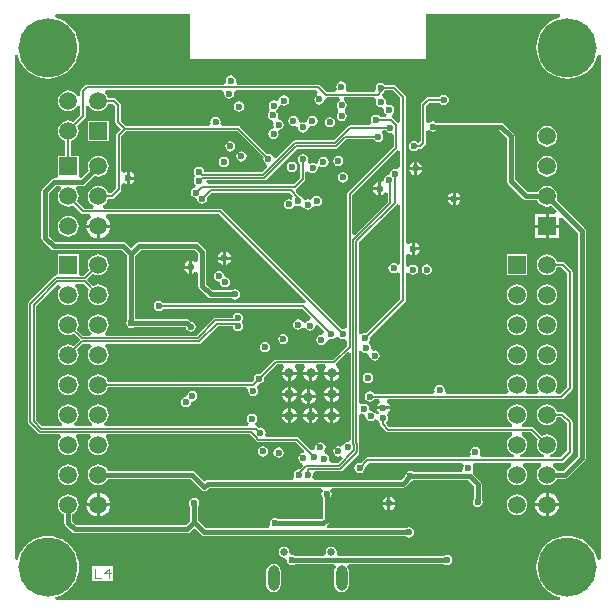
<source format=gbl>
G04*
G04 #@! TF.GenerationSoftware,Altium Limited,Altium Designer,18.1.7 (191)*
G04*
G04 Layer_Physical_Order=4*
G04 Layer_Color=16711680*
%FSLAX25Y25*%
%MOIN*%
G70*
G01*
G75*
%ADD10C,0.00787*%
%ADD12C,0.01575*%
%ADD16C,0.00394*%
%ADD20C,0.03937*%
%ADD70C,0.00598*%
%ADD72C,0.05906*%
%ADD73R,0.05906X0.05906*%
%ADD74C,0.19685*%
%ADD75C,0.03150*%
%ADD76C,0.02559*%
%ADD77O,0.03740X0.08465*%
%ADD78C,0.02362*%
G36*
X182581Y195086D02*
X181834Y194906D01*
X180329Y194283D01*
X178941Y193432D01*
X177703Y192375D01*
X176646Y191137D01*
X175796Y189749D01*
X175173Y188245D01*
X174793Y186662D01*
X174676Y185176D01*
X174648Y185039D01*
X174676Y184903D01*
X174793Y183416D01*
X175173Y181834D01*
X175796Y180329D01*
X176646Y178941D01*
X177703Y177703D01*
X178941Y176646D01*
X180329Y175796D01*
X181834Y175173D01*
X183416Y174793D01*
X184903Y174676D01*
X185039Y174648D01*
X185176Y174676D01*
X186662Y174793D01*
X188245Y175173D01*
X189749Y175796D01*
X191137Y176646D01*
X192375Y177703D01*
X193432Y178941D01*
X194283Y180329D01*
X194906Y181834D01*
X195086Y182581D01*
X196086Y182463D01*
Y14387D01*
X195086Y14269D01*
X194906Y15017D01*
X194283Y16521D01*
X193432Y17909D01*
X192375Y19147D01*
X191137Y20204D01*
X189749Y21055D01*
X188245Y21678D01*
X186662Y22058D01*
X185176Y22175D01*
X185039Y22202D01*
X184903Y22175D01*
X183416Y22058D01*
X181834Y21678D01*
X180329Y21055D01*
X178941Y20204D01*
X177703Y19147D01*
X176646Y17909D01*
X175796Y16521D01*
X175173Y15017D01*
X174793Y13434D01*
X174676Y11947D01*
X174648Y11811D01*
X174676Y11675D01*
X174793Y10188D01*
X175173Y8605D01*
X175796Y7101D01*
X176646Y5713D01*
X177703Y4475D01*
X178941Y3418D01*
X180329Y2567D01*
X181834Y1944D01*
X182581Y1765D01*
X182463Y765D01*
X14387D01*
X14269Y1765D01*
X15017Y1944D01*
X16521Y2567D01*
X17909Y3418D01*
X19147Y4475D01*
X20204Y5713D01*
X21055Y7101D01*
X21678Y8605D01*
X22058Y10188D01*
X22175Y11675D01*
X22202Y11811D01*
X22175Y11947D01*
X22058Y13434D01*
X21678Y15017D01*
X21055Y16521D01*
X20204Y17909D01*
X19147Y19147D01*
X17909Y20204D01*
X16521Y21055D01*
X15017Y21678D01*
X13434Y22058D01*
X11947Y22175D01*
X11811Y22202D01*
X11675Y22175D01*
X10188Y22058D01*
X8605Y21678D01*
X7101Y21055D01*
X5713Y20204D01*
X4475Y19147D01*
X3418Y17909D01*
X2567Y16521D01*
X1944Y15017D01*
X1765Y14269D01*
X765Y14387D01*
Y182463D01*
X1765Y182581D01*
X1944Y181834D01*
X2567Y180329D01*
X3418Y178941D01*
X4475Y177703D01*
X5713Y176646D01*
X7101Y175796D01*
X8605Y175173D01*
X10188Y174793D01*
X11675Y174676D01*
X11811Y174648D01*
X11947Y174676D01*
X13434Y174793D01*
X15017Y175173D01*
X16521Y175796D01*
X17909Y176646D01*
X19147Y177703D01*
X20204Y178941D01*
X21055Y180329D01*
X21678Y181834D01*
X22058Y183416D01*
X22175Y184903D01*
X22202Y185039D01*
X22175Y185176D01*
X22058Y186662D01*
X21678Y188245D01*
X21055Y189749D01*
X20204Y191137D01*
X19147Y192375D01*
X17909Y193432D01*
X16521Y194283D01*
X15017Y194906D01*
X14269Y195086D01*
X14387Y196086D01*
X59055D01*
X59055Y181102D01*
X137795D01*
X137795Y196086D01*
X182463D01*
X182581Y195086D01*
D02*
G37*
%LPC*%
G36*
X72831Y175730D02*
X72175Y175599D01*
X71619Y175228D01*
X71247Y174672D01*
X71117Y174016D01*
X71186Y173669D01*
X70709Y172858D01*
X70506Y172669D01*
X24875D01*
X24526Y172599D01*
X24230Y172402D01*
X22978Y171149D01*
X22780Y170853D01*
X22711Y170504D01*
Y169003D01*
X21711Y168804D01*
X21638Y168980D01*
X21085Y169701D01*
X20363Y170255D01*
X19523Y170603D01*
X18622Y170721D01*
X17721Y170603D01*
X16881Y170255D01*
X16160Y169701D01*
X15606Y168980D01*
X15258Y168140D01*
X15139Y167239D01*
X15258Y166337D01*
X15606Y165498D01*
X16160Y164776D01*
X16881Y164223D01*
X17721Y163875D01*
X18622Y163756D01*
X19523Y163875D01*
X20363Y164223D01*
X21085Y164776D01*
X21638Y165498D01*
X21711Y165673D01*
X22711Y165474D01*
Y162616D01*
X20354Y160259D01*
X19523Y160603D01*
X18622Y160721D01*
X17721Y160603D01*
X16881Y160255D01*
X16160Y159701D01*
X15606Y158980D01*
X15258Y158140D01*
X15139Y157239D01*
X15258Y156337D01*
X15606Y155498D01*
X16160Y154776D01*
X16881Y154223D01*
X17711Y153879D01*
Y148903D01*
X15169D01*
Y141998D01*
X14388Y141470D01*
X14030D01*
X13528Y141370D01*
X13102Y141086D01*
X10096Y138079D01*
X9811Y137653D01*
X9711Y137151D01*
Y121623D01*
X9811Y121120D01*
X10096Y120694D01*
X12820Y117970D01*
X13246Y117685D01*
X13749Y117585D01*
X36464D01*
X38379Y115670D01*
Y94172D01*
X38108Y93766D01*
X37978Y93110D01*
X38108Y92454D01*
X38480Y91898D01*
X39036Y91527D01*
X39692Y91396D01*
X40348Y91527D01*
X40753Y91798D01*
X57767D01*
X57770Y91794D01*
X57865Y91316D01*
X58237Y90760D01*
X58793Y90388D01*
X59449Y90258D01*
X60105Y90388D01*
X60661Y90760D01*
X61032Y91316D01*
X61163Y91972D01*
X61032Y92628D01*
X60661Y93184D01*
X60105Y93556D01*
X59626Y93651D01*
X59239Y94038D01*
X58813Y94323D01*
X58311Y94423D01*
X41004D01*
Y115670D01*
X42919Y117585D01*
X60742D01*
X61965Y116363D01*
Y113757D01*
X61229Y113469D01*
X60965Y113415D01*
X60290Y113866D01*
X59939Y113935D01*
Y111811D01*
Y109687D01*
X60290Y109757D01*
X60965Y110207D01*
X61229Y110153D01*
X61965Y109865D01*
Y105572D01*
X62064Y105070D01*
X62349Y104644D01*
X65165Y101828D01*
X65591Y101543D01*
X66093Y101443D01*
X73123D01*
X73529Y101172D01*
X74185Y101042D01*
X74841Y101172D01*
X75397Y101544D01*
X75768Y102100D01*
X75899Y102756D01*
X75768Y103412D01*
X75397Y103968D01*
X74841Y104340D01*
X74185Y104470D01*
X73529Y104340D01*
X73123Y104069D01*
X66637D01*
X64590Y106116D01*
Y116906D01*
X64490Y117409D01*
X64205Y117834D01*
X62214Y119826D01*
X61788Y120110D01*
X61286Y120210D01*
X42376D01*
X41873Y120110D01*
X41448Y119826D01*
X39692Y118070D01*
X37936Y119826D01*
X37510Y120110D01*
X37008Y120210D01*
X14292D01*
X12336Y122166D01*
Y136607D01*
X14574Y138845D01*
X15732D01*
X16053Y138145D01*
X16107Y137845D01*
X15606Y137192D01*
X15258Y136352D01*
X15139Y135450D01*
X15258Y134549D01*
X15606Y133709D01*
X16160Y132988D01*
X16881Y132434D01*
X17721Y132086D01*
X18622Y131968D01*
X19523Y132086D01*
X20354Y132430D01*
X22978Y129806D01*
X23273Y129609D01*
X23622Y129539D01*
X25815D01*
X26154Y128539D01*
X25803Y128270D01*
X25169Y127444D01*
X24771Y126482D01*
X24701Y125950D01*
X28622D01*
X32543D01*
X32473Y126482D01*
X32075Y127444D01*
X31441Y128270D01*
X31090Y128539D01*
X31429Y129539D01*
X68915D01*
X98039Y100416D01*
X97402Y99639D01*
X97223Y99758D01*
X96874Y99828D01*
X50232D01*
X50031Y100128D01*
X49475Y100500D01*
X48819Y100630D01*
X48163Y100500D01*
X47607Y100128D01*
X47235Y99572D01*
X47105Y98916D01*
X47235Y98260D01*
X47607Y97704D01*
X48163Y97333D01*
X48819Y97202D01*
X49475Y97333D01*
X50031Y97704D01*
X50232Y98005D01*
X96497D01*
X99437Y95065D01*
X99328Y94593D01*
X99033Y94054D01*
X98557Y93959D01*
X98001Y93588D01*
X97868Y93389D01*
X97403Y93363D01*
X96773Y93463D01*
X96488Y93889D01*
X95932Y94261D01*
X95276Y94391D01*
X94620Y94261D01*
X94064Y93889D01*
X93692Y93333D01*
X93562Y92677D01*
X93692Y92021D01*
X94064Y91465D01*
X94620Y91094D01*
X95276Y90963D01*
X95932Y91094D01*
X96488Y91465D01*
X96621Y91664D01*
X97085Y91690D01*
X97716Y91591D01*
X98001Y91164D01*
X98557Y90792D01*
X99213Y90662D01*
X99869Y90792D01*
X100425Y91164D01*
X100796Y91720D01*
X100891Y92197D01*
X101430Y92492D01*
X101902Y92600D01*
X104025Y90477D01*
X103981Y90051D01*
X103043Y89258D01*
X102387Y89128D01*
X101831Y88756D01*
X101460Y88200D01*
X101329Y87544D01*
X101460Y86888D01*
X101831Y86332D01*
X102387Y85961D01*
X103043Y85830D01*
X103699Y85961D01*
X104255Y86332D01*
X104627Y86888D01*
X104713Y87319D01*
X105472Y87811D01*
X105667Y87884D01*
X106323Y87754D01*
X106979Y87884D01*
X107535Y88256D01*
X107734Y88554D01*
X107808Y88579D01*
X108659Y88605D01*
X108845Y88554D01*
X109006Y88314D01*
X109562Y87942D01*
X110218Y87811D01*
X110634Y87894D01*
X111378Y87481D01*
X111634Y87247D01*
Y85688D01*
X106975Y81029D01*
X87775D01*
X87464Y80967D01*
X87199Y80791D01*
X82689Y76280D01*
X82220Y76373D01*
X81564Y76243D01*
X81008Y75871D01*
X80637Y75315D01*
X80506Y74660D01*
X80599Y74191D01*
X79900Y73492D01*
X31997D01*
X31986Y73579D01*
X31638Y74418D01*
X31085Y75140D01*
X30363Y75693D01*
X29523Y76041D01*
X28622Y76160D01*
X27721Y76041D01*
X26881Y75693D01*
X26160Y75140D01*
X25606Y74418D01*
X25258Y73579D01*
X25139Y72677D01*
X25258Y71776D01*
X25606Y70936D01*
X26160Y70215D01*
X26881Y69661D01*
X27721Y69313D01*
X28622Y69195D01*
X29523Y69313D01*
X30363Y69661D01*
X31085Y70215D01*
X31638Y70936D01*
X31986Y71776D01*
X31997Y71862D01*
X78040D01*
X78276Y71601D01*
X78685Y70862D01*
X78601Y70441D01*
X78731Y69785D01*
X79103Y69229D01*
X79659Y68857D01*
X80315Y68727D01*
X80971Y68857D01*
X81527Y69229D01*
X81898Y69785D01*
X82029Y70441D01*
X81898Y71097D01*
X81527Y71653D01*
X81536Y72072D01*
X82220Y72945D01*
X82876Y73076D01*
X83432Y73448D01*
X83804Y74003D01*
X83934Y74660D01*
X83841Y75128D01*
X88113Y79400D01*
X90197D01*
X90536Y78400D01*
X90510Y78380D01*
X90097Y77842D01*
X89838Y77215D01*
X89815Y77043D01*
X94878D01*
X94855Y77215D01*
X94596Y77842D01*
X94183Y78380D01*
X94157Y78400D01*
X94496Y79400D01*
X97283D01*
X97623Y78400D01*
X97597Y78380D01*
X97184Y77842D01*
X96925Y77215D01*
X96902Y77043D01*
X101964D01*
X101942Y77215D01*
X101682Y77842D01*
X101269Y78380D01*
X101243Y78400D01*
X101583Y79400D01*
X104370D01*
X104709Y78400D01*
X104683Y78380D01*
X104271Y77842D01*
X104011Y77215D01*
X103989Y77043D01*
X109051D01*
X109028Y77215D01*
X108769Y77842D01*
X108356Y78380D01*
X108061Y78606D01*
X107967Y79166D01*
X107964Y79459D01*
X108035Y79785D01*
X111808Y83558D01*
X112732Y83175D01*
Y54299D01*
X111754Y53534D01*
X111098Y53404D01*
X110542Y53032D01*
X110232Y52568D01*
X110170Y52476D01*
X110170Y52476D01*
X109317Y51977D01*
X109062Y52028D01*
X108661Y52108D01*
X108005Y51977D01*
X107449Y51606D01*
X107078Y51050D01*
X106947Y50394D01*
X107078Y49738D01*
X107449Y49182D01*
X108005Y48810D01*
X108661Y48680D01*
X109317Y48810D01*
X109557Y48971D01*
X110195Y48194D01*
X108527Y46526D01*
X106155D01*
X105747Y47072D01*
X105550Y47526D01*
X105651Y48031D01*
X105520Y48687D01*
X105149Y49243D01*
X104593Y49615D01*
X104379Y49657D01*
X104186Y50032D01*
X104019Y50704D01*
X104289Y51108D01*
X104420Y51764D01*
X104289Y52420D01*
X103918Y52976D01*
X103362Y53347D01*
X102706Y53478D01*
X102050Y53347D01*
X101494Y52976D01*
X101122Y52420D01*
X100992Y51764D01*
X101050Y51471D01*
X100335Y50757D01*
X99610Y50797D01*
X95499Y54907D01*
X95235Y55084D01*
X94923Y55146D01*
X84868D01*
X84332Y55932D01*
X84282Y56146D01*
X84391Y56693D01*
X84261Y57349D01*
X83889Y57905D01*
X83333Y58276D01*
X82677Y58407D01*
X82209Y58314D01*
X81923Y58600D01*
X81658Y58776D01*
X81346Y58838D01*
X81169D01*
X80865Y59838D01*
X81085Y59985D01*
X81457Y60541D01*
X81587Y61197D01*
X81457Y61853D01*
X81085Y62409D01*
X80529Y62781D01*
X79873Y62911D01*
X79217Y62781D01*
X78661Y62409D01*
X78290Y61853D01*
X78159Y61197D01*
X78290Y60541D01*
X78661Y59985D01*
X78882Y59838D01*
X78578Y58838D01*
X30862D01*
X30594Y59838D01*
X31085Y60215D01*
X31638Y60936D01*
X31986Y61776D01*
X32105Y62677D01*
X31986Y63578D01*
X31638Y64418D01*
X31085Y65140D01*
X30363Y65693D01*
X29523Y66041D01*
X28622Y66160D01*
X27721Y66041D01*
X26881Y65693D01*
X26160Y65140D01*
X25606Y64418D01*
X25258Y63578D01*
X25139Y62677D01*
X25258Y61776D01*
X25606Y60936D01*
X26160Y60215D01*
X26650Y59838D01*
X26382Y58838D01*
X20862D01*
X20594Y59838D01*
X21085Y60215D01*
X21638Y60936D01*
X21986Y61776D01*
X22105Y62677D01*
X21986Y63578D01*
X21638Y64418D01*
X21085Y65140D01*
X20363Y65693D01*
X19523Y66041D01*
X18622Y66160D01*
X17721Y66041D01*
X16881Y65693D01*
X16160Y65140D01*
X15606Y64418D01*
X15258Y63578D01*
X15139Y62677D01*
X15258Y61776D01*
X15606Y60936D01*
X16160Y60215D01*
X16650Y59838D01*
X16382Y58838D01*
X10031D01*
X7902Y60967D01*
Y98916D01*
X15108Y106123D01*
X15693Y106042D01*
X15928Y105588D01*
X16048Y104994D01*
X15606Y104418D01*
X15258Y103578D01*
X15139Y102677D01*
X15258Y101776D01*
X15606Y100936D01*
X16160Y100215D01*
X16881Y99661D01*
X17721Y99313D01*
X18622Y99195D01*
X19523Y99313D01*
X20363Y99661D01*
X21085Y100215D01*
X21638Y100936D01*
X21986Y101776D01*
X22105Y102677D01*
X21986Y103578D01*
X21638Y104418D01*
X21085Y105140D01*
X20859Y105313D01*
X21198Y106313D01*
X23834D01*
X25659Y104488D01*
X25606Y104418D01*
X25258Y103578D01*
X25139Y102677D01*
X25258Y101776D01*
X25606Y100936D01*
X26160Y100215D01*
X26881Y99661D01*
X27721Y99313D01*
X28622Y99195D01*
X29523Y99313D01*
X30363Y99661D01*
X31085Y100215D01*
X31638Y100936D01*
X31986Y101776D01*
X32105Y102677D01*
X31986Y103578D01*
X31638Y104418D01*
X31085Y105140D01*
X30363Y105693D01*
X29523Y106041D01*
X28622Y106160D01*
X27721Y106041D01*
X26881Y105693D01*
X26812Y105640D01*
X24775Y107677D01*
X26812Y109714D01*
X26881Y109661D01*
X27721Y109313D01*
X28622Y109195D01*
X29523Y109313D01*
X30363Y109661D01*
X31085Y110215D01*
X31638Y110936D01*
X31986Y111776D01*
X32105Y112677D01*
X31986Y113578D01*
X31638Y114418D01*
X31085Y115140D01*
X30363Y115693D01*
X29523Y116041D01*
X28622Y116160D01*
X27721Y116041D01*
X26881Y115693D01*
X26160Y115140D01*
X25606Y114418D01*
X25258Y113578D01*
X25139Y112677D01*
X25258Y111776D01*
X25606Y110936D01*
X25659Y110867D01*
X23834Y109041D01*
X22999D01*
X22075Y109224D01*
X22075Y110041D01*
Y116130D01*
X15169D01*
X15169Y109711D01*
X14524Y109060D01*
X14265Y108993D01*
X14194Y108979D01*
X13929Y108803D01*
X5412Y100285D01*
X5235Y100021D01*
X5173Y99709D01*
Y60175D01*
X5235Y59863D01*
X5412Y59599D01*
X8662Y56349D01*
X8926Y56172D01*
X9238Y56110D01*
X15781D01*
X16117Y55250D01*
X16137Y55110D01*
X15606Y54418D01*
X15258Y53579D01*
X15139Y52677D01*
X15258Y51776D01*
X15606Y50936D01*
X16160Y50215D01*
X16881Y49661D01*
X17721Y49313D01*
X18622Y49195D01*
X19523Y49313D01*
X20363Y49661D01*
X21085Y50215D01*
X21638Y50936D01*
X21986Y51776D01*
X22105Y52677D01*
X21986Y53579D01*
X21638Y54418D01*
X21107Y55110D01*
X21127Y55250D01*
X21463Y56110D01*
X25782D01*
X26117Y55250D01*
X26137Y55110D01*
X25606Y54418D01*
X25258Y53579D01*
X25139Y52677D01*
X25258Y51776D01*
X25606Y50936D01*
X26160Y50215D01*
X26881Y49661D01*
X27721Y49313D01*
X28622Y49195D01*
X29523Y49313D01*
X30363Y49661D01*
X31085Y50215D01*
X31638Y50936D01*
X31986Y51776D01*
X32105Y52677D01*
X31986Y53579D01*
X31638Y54418D01*
X31107Y55110D01*
X31127Y55250D01*
X31463Y56110D01*
X79063D01*
X80651Y54521D01*
X80652Y54521D01*
X81418Y53755D01*
X81683Y53578D01*
X81994Y53516D01*
X94586D01*
X97295Y50806D01*
X97128Y50261D01*
X96868Y49819D01*
X96345Y49715D01*
X95789Y49343D01*
X95417Y48787D01*
X95287Y48131D01*
X95417Y47475D01*
X95789Y46919D01*
X96345Y46548D01*
X96442Y46529D01*
X96771Y45443D01*
X95694Y44366D01*
X95569Y44391D01*
X94914Y44261D01*
X94357Y43889D01*
X93986Y43333D01*
X93855Y42677D01*
X93986Y42021D01*
X94018Y41974D01*
X93483Y40974D01*
X65063D01*
X64561Y40874D01*
X64135Y40589D01*
X63984Y40439D01*
X60818Y43605D01*
X60392Y43890D01*
X59890Y43990D01*
X31816D01*
X31638Y44418D01*
X31085Y45140D01*
X30363Y45693D01*
X29523Y46041D01*
X28622Y46160D01*
X27721Y46041D01*
X26881Y45693D01*
X26160Y45140D01*
X25606Y44418D01*
X25258Y43578D01*
X25139Y42677D01*
X25258Y41776D01*
X25606Y40936D01*
X26160Y40215D01*
X26881Y39661D01*
X27721Y39313D01*
X28622Y39195D01*
X29523Y39313D01*
X30363Y39661D01*
X31085Y40215D01*
X31638Y40936D01*
X31816Y41365D01*
X59346D01*
X63056Y37655D01*
X63482Y37370D01*
X63984Y37270D01*
X64487Y37370D01*
X64912Y37655D01*
X65606Y38349D01*
X103043D01*
X103311Y37841D01*
X103438Y37349D01*
X103141Y36904D01*
X103010Y36248D01*
X103141Y35592D01*
X103412Y35186D01*
Y28103D01*
X103106Y27797D01*
X88565D01*
X88160Y28068D01*
X87504Y28198D01*
X86848Y28068D01*
X86292Y27696D01*
X85920Y27140D01*
X85790Y26484D01*
X85920Y25828D01*
X85986Y25730D01*
X85452Y24730D01*
X64528D01*
X61942Y27315D01*
Y32116D01*
X62213Y32521D01*
X62344Y33177D01*
X62213Y33833D01*
X61842Y34389D01*
X61286Y34761D01*
X60630Y34891D01*
X59974Y34761D01*
X59418Y34389D01*
X59046Y33833D01*
X58916Y33177D01*
X59046Y32521D01*
X59317Y32116D01*
Y27315D01*
X57724Y25722D01*
X21298D01*
X19935Y27085D01*
Y29484D01*
X20363Y29661D01*
X21085Y30215D01*
X21638Y30936D01*
X21986Y31776D01*
X22105Y32677D01*
X21986Y33579D01*
X21638Y34418D01*
X21085Y35140D01*
X20363Y35693D01*
X19523Y36041D01*
X18622Y36160D01*
X17721Y36041D01*
X16881Y35693D01*
X16160Y35140D01*
X15606Y34418D01*
X15258Y33579D01*
X15139Y32677D01*
X15258Y31776D01*
X15606Y30936D01*
X16160Y30215D01*
X16881Y29661D01*
X17309Y29484D01*
Y26541D01*
X17409Y26039D01*
X17694Y25613D01*
X19826Y23481D01*
X20252Y23197D01*
X20754Y23097D01*
X58268D01*
X58770Y23197D01*
X59196Y23481D01*
X60630Y24915D01*
X63056Y22489D01*
X63482Y22205D01*
X63984Y22105D01*
X131222D01*
X131628Y21834D01*
X132283Y21703D01*
X132939Y21834D01*
X133495Y22205D01*
X133867Y22761D01*
X133997Y23417D01*
X133867Y24073D01*
X133495Y24629D01*
X132939Y25001D01*
X132283Y25131D01*
X131628Y25001D01*
X131222Y24730D01*
X105137D01*
X104918Y25054D01*
X104752Y25730D01*
X105653Y26631D01*
X105937Y27057D01*
X106037Y27559D01*
Y35186D01*
X106308Y35592D01*
X106438Y36248D01*
X106308Y36904D01*
X106010Y37349D01*
X106138Y37841D01*
X106406Y38349D01*
X130226D01*
X130728Y38449D01*
X131154Y38733D01*
X132872Y40450D01*
X133350Y40545D01*
X133755Y40816D01*
X151947D01*
X153805Y38958D01*
Y34675D01*
X153534Y34269D01*
X153404Y33613D01*
X153534Y32957D01*
X153906Y32401D01*
X154462Y32030D01*
X155118Y31899D01*
X155774Y32030D01*
X156330Y32401D01*
X156702Y32957D01*
X156832Y33613D01*
X156702Y34269D01*
X156431Y34675D01*
Y39502D01*
X156331Y40004D01*
X156046Y40430D01*
X153697Y42779D01*
X153436Y43213D01*
X153540Y44175D01*
X153552Y44192D01*
X153682Y44848D01*
X153552Y45504D01*
X153512Y45564D01*
X154046Y46564D01*
X166052D01*
X166219Y46229D01*
X166319Y45564D01*
X165766Y45140D01*
X165212Y44418D01*
X164865Y43578D01*
X164746Y42677D01*
X164865Y41776D01*
X165212Y40936D01*
X165766Y40215D01*
X166487Y39661D01*
X167327Y39313D01*
X168228Y39195D01*
X169130Y39313D01*
X169970Y39661D01*
X170691Y40215D01*
X171244Y40936D01*
X171592Y41776D01*
X171711Y42677D01*
X171592Y43578D01*
X171244Y44418D01*
X170691Y45140D01*
X170138Y45564D01*
X170238Y46229D01*
X170405Y46564D01*
X176052D01*
X176219Y46229D01*
X176319Y45564D01*
X175766Y45140D01*
X175212Y44418D01*
X174864Y43578D01*
X174746Y42677D01*
X174864Y41776D01*
X175212Y40936D01*
X175766Y40215D01*
X176487Y39661D01*
X177327Y39313D01*
X178228Y39195D01*
X179130Y39313D01*
X179970Y39661D01*
X180691Y40215D01*
X181244Y40936D01*
X181422Y41365D01*
X184243D01*
X184746Y41464D01*
X185171Y41749D01*
X190692Y47270D01*
X190977Y47695D01*
X191076Y48198D01*
Y123913D01*
X190977Y124416D01*
X190692Y124842D01*
X181415Y134119D01*
X181592Y134547D01*
X181711Y135449D01*
X181592Y136350D01*
X181244Y137190D01*
X180691Y137911D01*
X179970Y138465D01*
X179130Y138813D01*
X178228Y138931D01*
X177327Y138813D01*
X176487Y138465D01*
X175766Y137911D01*
X175212Y137190D01*
X175035Y136761D01*
X171788D01*
X167454Y141095D01*
Y155449D01*
X167354Y155951D01*
X167070Y156377D01*
X163822Y159625D01*
X163396Y159909D01*
X162894Y160009D01*
X141219D01*
X140813Y160280D01*
X140157Y160410D01*
X139502Y160280D01*
X138945Y159908D01*
X138919Y159869D01*
X137919Y160172D01*
Y165658D01*
X138960Y166699D01*
X142386D01*
X142587Y166398D01*
X143143Y166026D01*
X143799Y165896D01*
X144455Y166026D01*
X145011Y166398D01*
X145383Y166954D01*
X145513Y167610D01*
X145383Y168266D01*
X145011Y168822D01*
X144455Y169194D01*
X143799Y169324D01*
X143143Y169194D01*
X142587Y168822D01*
X142386Y168521D01*
X138583D01*
X138234Y168452D01*
X137938Y168254D01*
X136364Y166680D01*
X136166Y166384D01*
X136097Y166035D01*
Y153724D01*
X136094Y153721D01*
X135141Y153347D01*
X134585Y153718D01*
X133929Y153849D01*
X133273Y153718D01*
X132717Y153347D01*
X132346Y152791D01*
X132215Y152135D01*
X132346Y151479D01*
X132717Y150923D01*
X133273Y150551D01*
X133929Y150421D01*
X134585Y150551D01*
X135141Y150923D01*
X135342Y151224D01*
X135796D01*
X136145Y151293D01*
X136440Y151491D01*
X137652Y152703D01*
X137850Y152998D01*
X137919Y153347D01*
Y157221D01*
X138919Y157524D01*
X138945Y157484D01*
X139502Y157113D01*
X140157Y156982D01*
X140813Y157113D01*
X141219Y157384D01*
X162350D01*
X164829Y154905D01*
Y140551D01*
X164929Y140049D01*
X165214Y139623D01*
X170316Y134521D01*
X170742Y134236D01*
X171244Y134136D01*
X175035D01*
X175212Y133707D01*
X175766Y132986D01*
X176487Y132433D01*
X177327Y132085D01*
X178228Y131966D01*
X179130Y132085D01*
X179558Y132263D01*
X181419Y130402D01*
X181005Y129402D01*
X178728D01*
Y125949D01*
X182181D01*
Y128226D01*
X183181Y128640D01*
X188451Y123370D01*
Y48741D01*
X183700Y43990D01*
X181422D01*
X181244Y44418D01*
X180691Y45140D01*
X180138Y45564D01*
X180238Y46229D01*
X180405Y46564D01*
X183074D01*
X183423Y46634D01*
X183718Y46831D01*
X186471Y49584D01*
X186669Y49880D01*
X186738Y50228D01*
Y60113D01*
X186669Y60461D01*
X186471Y60757D01*
X183906Y63322D01*
X183611Y63519D01*
X183262Y63588D01*
X181588D01*
X181244Y64418D01*
X180691Y65140D01*
X179970Y65693D01*
X179130Y66041D01*
X178228Y66160D01*
X177327Y66041D01*
X176487Y65693D01*
X175766Y65140D01*
X175212Y64418D01*
X174864Y63578D01*
X174746Y62677D01*
X174864Y61776D01*
X175212Y60936D01*
X175766Y60215D01*
X176487Y59661D01*
X177327Y59313D01*
X178228Y59195D01*
X179130Y59313D01*
X179970Y59661D01*
X180691Y60215D01*
X181244Y60936D01*
X181588Y61766D01*
X182885D01*
X184916Y59735D01*
Y50606D01*
X182696Y48387D01*
X179373D01*
X179130Y49313D01*
X179970Y49661D01*
X180691Y50215D01*
X181244Y50936D01*
X181592Y51776D01*
X181711Y52677D01*
X181592Y53579D01*
X181244Y54418D01*
X180691Y55140D01*
X179970Y55693D01*
X179130Y56041D01*
X178228Y56160D01*
X177327Y56041D01*
X176497Y55697D01*
X173873Y58321D01*
X173577Y58519D01*
X173228Y58588D01*
X169993D01*
X169794Y59588D01*
X169970Y59661D01*
X170691Y60215D01*
X171244Y60936D01*
X171592Y61776D01*
X171711Y62677D01*
X171592Y63578D01*
X171244Y64418D01*
X170691Y65140D01*
X169970Y65693D01*
X169130Y66041D01*
X168228Y66160D01*
X167327Y66041D01*
X166487Y65693D01*
X165766Y65140D01*
X165212Y64418D01*
X164865Y63578D01*
X164746Y62677D01*
X164865Y61776D01*
X165212Y60936D01*
X165766Y60215D01*
X166487Y59661D01*
X166663Y59588D01*
X166464Y58588D01*
X125580D01*
X124976Y59192D01*
X124692Y60205D01*
X125063Y60761D01*
X125194Y61417D01*
X125063Y62073D01*
X125042Y62105D01*
X125205Y63344D01*
X125267Y63430D01*
X125749Y64152D01*
X125819Y64503D01*
X121570D01*
X121640Y64152D01*
X122122Y63430D01*
X122098Y63101D01*
X121958Y62989D01*
X121823Y62959D01*
X120682Y63236D01*
X120618Y63332D01*
X120062Y63704D01*
X119406Y63834D01*
X119037Y64567D01*
X118906Y65223D01*
X118535Y65779D01*
X117979Y66150D01*
X117323Y66281D01*
X116667Y66150D01*
X116461Y66013D01*
X115461Y66469D01*
Y83748D01*
X116461Y83917D01*
X116701Y83557D01*
X117257Y83185D01*
X117913Y83055D01*
X118136Y83099D01*
X118986Y82397D01*
X119020Y82333D01*
X119142Y81720D01*
X119514Y81164D01*
X120070Y80792D01*
X120726Y80662D01*
X121382Y80792D01*
X121938Y81164D01*
X122309Y81720D01*
X122440Y82376D01*
X122309Y83032D01*
X121938Y83588D01*
X121382Y83960D01*
X120726Y84090D01*
X120503Y84046D01*
X119653Y84748D01*
X119619Y84812D01*
X119497Y85425D01*
X119125Y85981D01*
X119091Y86004D01*
X118780Y86885D01*
X118917Y87231D01*
X119119Y87533D01*
X119249Y88189D01*
X119179Y88544D01*
X130870Y100235D01*
X131068Y100531D01*
X131137Y100880D01*
Y109719D01*
X132137Y110022D01*
X132311Y109762D01*
X132867Y109391D01*
X133523Y109260D01*
X134179Y109391D01*
X134735Y109762D01*
X135106Y110319D01*
X135237Y110975D01*
X135106Y111630D01*
X134735Y112186D01*
X134179Y112558D01*
X133523Y112689D01*
X132867Y112558D01*
X132311Y112186D01*
X132137Y111927D01*
X131137Y112230D01*
Y115926D01*
X131805Y116208D01*
X132137Y116281D01*
X132796Y115840D01*
X133147Y115770D01*
Y117895D01*
Y120019D01*
X132796Y119949D01*
X132137Y119509D01*
X131805Y119581D01*
X131137Y119864D01*
Y168691D01*
X131068Y169040D01*
X130870Y169335D01*
X127908Y172298D01*
X127612Y172495D01*
X127264Y172564D01*
X124247D01*
X124046Y172865D01*
X123490Y173237D01*
X122834Y173367D01*
X122178Y173237D01*
X121622Y172865D01*
X121251Y172309D01*
X121120Y171653D01*
X121210Y171203D01*
X120832Y170502D01*
X120579Y170203D01*
X111623D01*
X111134Y171203D01*
X111245Y171369D01*
X111375Y172025D01*
X111245Y172681D01*
X110873Y173237D01*
X110317Y173608D01*
X109661Y173739D01*
X109005Y173608D01*
X108449Y173237D01*
X108078Y172681D01*
X107947Y172025D01*
X108078Y171369D01*
X108189Y171203D01*
X107700Y170203D01*
X104886D01*
X102687Y172402D01*
X102392Y172599D01*
X102043Y172669D01*
X75155D01*
X74952Y172858D01*
X74476Y173669D01*
X74545Y174016D01*
X74414Y174672D01*
X74043Y175228D01*
X73487Y175599D01*
X72831Y175730D01*
D02*
G37*
G36*
X178228Y158931D02*
X177327Y158813D01*
X176487Y158465D01*
X175766Y157911D01*
X175212Y157190D01*
X174864Y156350D01*
X174746Y155449D01*
X174864Y154548D01*
X175212Y153708D01*
X175766Y152986D01*
X176487Y152433D01*
X177327Y152085D01*
X178228Y151966D01*
X179130Y152085D01*
X179970Y152433D01*
X180691Y152986D01*
X181244Y153708D01*
X181592Y154548D01*
X181711Y155449D01*
X181592Y156350D01*
X181244Y157190D01*
X180691Y157911D01*
X179970Y158465D01*
X179130Y158813D01*
X178228Y158931D01*
D02*
G37*
G36*
X134955Y146849D02*
Y145224D01*
X136579D01*
X136509Y145575D01*
X136027Y146297D01*
X135306Y146779D01*
X134955Y146849D01*
D02*
G37*
G36*
X133955D02*
X133604Y146779D01*
X132882Y146297D01*
X132400Y145575D01*
X132330Y145224D01*
X133955D01*
Y146849D01*
D02*
G37*
G36*
X136579Y144224D02*
X134955D01*
Y142600D01*
X135306Y142670D01*
X136027Y143152D01*
X136509Y143873D01*
X136579Y144224D01*
D02*
G37*
G36*
X133955D02*
X132330D01*
X132400Y143873D01*
X132882Y143152D01*
X133604Y142670D01*
X133955Y142600D01*
Y144224D01*
D02*
G37*
G36*
X178228Y148931D02*
X177327Y148813D01*
X176487Y148465D01*
X175766Y147911D01*
X175212Y147190D01*
X174864Y146350D01*
X174746Y145449D01*
X174864Y144547D01*
X175212Y143708D01*
X175766Y142986D01*
X176487Y142433D01*
X177327Y142085D01*
X178228Y141966D01*
X179130Y142085D01*
X179970Y142433D01*
X180691Y142986D01*
X181244Y143708D01*
X181592Y144547D01*
X181711Y145449D01*
X181592Y146350D01*
X181244Y147190D01*
X180691Y147911D01*
X179970Y148465D01*
X179130Y148813D01*
X178228Y148931D01*
D02*
G37*
G36*
X147744Y136770D02*
Y135146D01*
X149369D01*
X149299Y135497D01*
X148817Y136218D01*
X148095Y136700D01*
X147744Y136770D01*
D02*
G37*
G36*
X146744D02*
X146393Y136700D01*
X145672Y136218D01*
X145189Y135497D01*
X145120Y135146D01*
X146744D01*
Y136770D01*
D02*
G37*
G36*
X149369Y134146D02*
X147744D01*
Y132521D01*
X148095Y132591D01*
X148817Y133073D01*
X149299Y133795D01*
X149369Y134146D01*
D02*
G37*
G36*
X146744D02*
X145120D01*
X145189Y133795D01*
X145672Y133073D01*
X146393Y132591D01*
X146744Y132521D01*
Y134146D01*
D02*
G37*
G36*
X177728Y129402D02*
X174276D01*
Y125949D01*
X177728D01*
Y129402D01*
D02*
G37*
G36*
X18622Y128933D02*
X17721Y128814D01*
X16881Y128466D01*
X16160Y127913D01*
X15606Y127192D01*
X15258Y126352D01*
X15139Y125450D01*
X15258Y124549D01*
X15606Y123709D01*
X16160Y122988D01*
X16881Y122434D01*
X17721Y122086D01*
X18622Y121968D01*
X19523Y122086D01*
X20363Y122434D01*
X21085Y122988D01*
X21638Y123709D01*
X21986Y124549D01*
X22105Y125450D01*
X21986Y126352D01*
X21638Y127192D01*
X21085Y127913D01*
X20363Y128466D01*
X19523Y128814D01*
X18622Y128933D01*
D02*
G37*
G36*
X32543Y124950D02*
X29122D01*
Y121529D01*
X29654Y121599D01*
X30615Y121998D01*
X31441Y122631D01*
X32075Y123457D01*
X32473Y124418D01*
X32543Y124950D01*
D02*
G37*
G36*
X28122D02*
X24701D01*
X24771Y124418D01*
X25169Y123457D01*
X25803Y122631D01*
X26629Y121998D01*
X27590Y121599D01*
X28122Y121529D01*
Y124950D01*
D02*
G37*
G36*
X182181Y124949D02*
X178728D01*
Y121496D01*
X182181D01*
Y124949D01*
D02*
G37*
G36*
X177728D02*
X174276D01*
Y121496D01*
X177728D01*
Y124949D01*
D02*
G37*
G36*
X134147Y120019D02*
Y118395D01*
X135772D01*
X135702Y118746D01*
X135220Y119467D01*
X134498Y119949D01*
X134147Y120019D01*
D02*
G37*
G36*
X135772Y117395D02*
X134147D01*
Y115770D01*
X134498Y115840D01*
X135220Y116322D01*
X135702Y117044D01*
X135772Y117395D01*
D02*
G37*
G36*
X71169Y116958D02*
Y115334D01*
X72794D01*
X72724Y115685D01*
X72242Y116406D01*
X71520Y116888D01*
X71169Y116958D01*
D02*
G37*
G36*
X70169D02*
X69818Y116888D01*
X69097Y116406D01*
X68615Y115685D01*
X68545Y115334D01*
X70169D01*
Y116958D01*
D02*
G37*
G36*
X72794Y114334D02*
X71169D01*
Y112709D01*
X71520Y112779D01*
X72242Y113261D01*
X72724Y113983D01*
X72794Y114334D01*
D02*
G37*
G36*
X70169D02*
X68545D01*
X68615Y113983D01*
X69097Y113261D01*
X69818Y112779D01*
X70169Y112709D01*
Y114334D01*
D02*
G37*
G36*
X58939Y113935D02*
X58588Y113866D01*
X57866Y113383D01*
X57384Y112662D01*
X57314Y112311D01*
X58939D01*
Y113935D01*
D02*
G37*
G36*
Y111311D02*
X57314D01*
X57384Y110960D01*
X57866Y110239D01*
X58588Y109757D01*
X58939Y109687D01*
Y111311D01*
D02*
G37*
G36*
X138150Y112738D02*
X137494Y112607D01*
X136938Y112236D01*
X136566Y111679D01*
X136436Y111024D01*
X136566Y110368D01*
X136938Y109812D01*
X137494Y109440D01*
X138150Y109310D01*
X138806Y109440D01*
X139362Y109812D01*
X139733Y110368D01*
X139864Y111024D01*
X139733Y111679D01*
X139362Y112236D01*
X138806Y112607D01*
X138150Y112738D01*
D02*
G37*
G36*
X171681Y116130D02*
X164776D01*
Y109224D01*
X171681D01*
Y116130D01*
D02*
G37*
G36*
X68842Y110513D02*
X68186Y110383D01*
X67630Y110011D01*
X67259Y109455D01*
X67128Y108800D01*
X67259Y108144D01*
X67630Y107588D01*
X68186Y107216D01*
X68219Y107210D01*
X69152Y106776D01*
X69283Y106120D01*
X69654Y105564D01*
X70210Y105192D01*
X70866Y105062D01*
X71522Y105192D01*
X72078Y105564D01*
X72450Y106120D01*
X72580Y106776D01*
X72450Y107431D01*
X72078Y107988D01*
X71522Y108359D01*
X71490Y108366D01*
X70556Y108800D01*
X70426Y109455D01*
X70054Y110011D01*
X69498Y110383D01*
X68842Y110513D01*
D02*
G37*
G36*
X178228Y106160D02*
X177327Y106041D01*
X176487Y105693D01*
X175766Y105140D01*
X175212Y104418D01*
X174864Y103578D01*
X174746Y102677D01*
X174864Y101776D01*
X175212Y100936D01*
X175766Y100215D01*
X176487Y99661D01*
X177327Y99313D01*
X178228Y99195D01*
X179130Y99313D01*
X179970Y99661D01*
X180691Y100215D01*
X181244Y100936D01*
X181592Y101776D01*
X181711Y102677D01*
X181592Y103578D01*
X181244Y104418D01*
X180691Y105140D01*
X179970Y105693D01*
X179130Y106041D01*
X178228Y106160D01*
D02*
G37*
G36*
X168228D02*
X167327Y106041D01*
X166487Y105693D01*
X165766Y105140D01*
X165212Y104418D01*
X164865Y103578D01*
X164746Y102677D01*
X164865Y101776D01*
X165212Y100936D01*
X165766Y100215D01*
X166487Y99661D01*
X167327Y99313D01*
X168228Y99195D01*
X169130Y99313D01*
X169970Y99661D01*
X170691Y100215D01*
X171244Y100936D01*
X171592Y101776D01*
X171711Y102677D01*
X171592Y103578D01*
X171244Y104418D01*
X170691Y105140D01*
X169970Y105693D01*
X169130Y106041D01*
X168228Y106160D01*
D02*
G37*
G36*
X178228Y96160D02*
X177327Y96041D01*
X176487Y95693D01*
X175766Y95140D01*
X175212Y94418D01*
X174864Y93578D01*
X174746Y92677D01*
X174864Y91776D01*
X175212Y90936D01*
X175766Y90215D01*
X176487Y89661D01*
X177327Y89313D01*
X178228Y89195D01*
X179130Y89313D01*
X179970Y89661D01*
X180691Y90215D01*
X181244Y90936D01*
X181592Y91776D01*
X181711Y92677D01*
X181592Y93578D01*
X181244Y94418D01*
X180691Y95140D01*
X179970Y95693D01*
X179130Y96041D01*
X178228Y96160D01*
D02*
G37*
G36*
X168228D02*
X167327Y96041D01*
X166487Y95693D01*
X165766Y95140D01*
X165212Y94418D01*
X164865Y93578D01*
X164746Y92677D01*
X164865Y91776D01*
X165212Y90936D01*
X165766Y90215D01*
X166487Y89661D01*
X167327Y89313D01*
X168228Y89195D01*
X169130Y89313D01*
X169970Y89661D01*
X170691Y90215D01*
X171244Y90936D01*
X171592Y91776D01*
X171711Y92677D01*
X171592Y93578D01*
X171244Y94418D01*
X170691Y95140D01*
X169970Y95693D01*
X169130Y96041D01*
X168228Y96160D01*
D02*
G37*
G36*
X75141Y96702D02*
X74485Y96572D01*
X73929Y96200D01*
X73558Y95644D01*
X73427Y94988D01*
X73372Y94921D01*
X67602D01*
X67290Y94859D01*
X67026Y94683D01*
X61385Y89041D01*
X31198D01*
X30859Y90041D01*
X31085Y90215D01*
X31638Y90936D01*
X31986Y91776D01*
X32105Y92677D01*
X31986Y93578D01*
X31638Y94418D01*
X31085Y95140D01*
X30363Y95693D01*
X29523Y96041D01*
X28622Y96160D01*
X27721Y96041D01*
X26881Y95693D01*
X26160Y95140D01*
X25606Y94418D01*
X25258Y93578D01*
X25139Y92677D01*
X25258Y91776D01*
X25606Y90936D01*
X26160Y90215D01*
X26386Y90041D01*
X26046Y89041D01*
X23410D01*
X21585Y90867D01*
X21638Y90936D01*
X21986Y91776D01*
X22105Y92677D01*
X21986Y93578D01*
X21638Y94418D01*
X21085Y95140D01*
X20363Y95693D01*
X19523Y96041D01*
X18622Y96160D01*
X17721Y96041D01*
X16881Y95693D01*
X16160Y95140D01*
X15606Y94418D01*
X15258Y93578D01*
X15139Y92677D01*
X15258Y91776D01*
X15606Y90936D01*
X16160Y90215D01*
X16881Y89661D01*
X17721Y89313D01*
X18622Y89195D01*
X19523Y89313D01*
X20363Y89661D01*
X20433Y89714D01*
X22470Y87677D01*
X20433Y85640D01*
X20363Y85693D01*
X19523Y86041D01*
X18622Y86160D01*
X17721Y86041D01*
X16881Y85693D01*
X16160Y85140D01*
X15606Y84418D01*
X15258Y83578D01*
X15139Y82677D01*
X15258Y81776D01*
X15606Y80936D01*
X16160Y80215D01*
X16881Y79661D01*
X17721Y79313D01*
X18622Y79195D01*
X19523Y79313D01*
X20363Y79661D01*
X21085Y80215D01*
X21638Y80936D01*
X21986Y81776D01*
X22105Y82677D01*
X21986Y83578D01*
X21638Y84418D01*
X21585Y84488D01*
X23410Y86313D01*
X26046D01*
X26386Y85313D01*
X26160Y85140D01*
X25606Y84418D01*
X25258Y83578D01*
X25139Y82677D01*
X25258Y81776D01*
X25606Y80936D01*
X26160Y80215D01*
X26881Y79661D01*
X27721Y79313D01*
X28622Y79195D01*
X29523Y79313D01*
X30363Y79661D01*
X31085Y80215D01*
X31638Y80936D01*
X31986Y81776D01*
X32105Y82677D01*
X31986Y83578D01*
X31638Y84418D01*
X31085Y85140D01*
X30859Y85313D01*
X31198Y86313D01*
X62177D01*
X62489Y86375D01*
X62753Y86552D01*
X68395Y92193D01*
X73372D01*
X73427Y92126D01*
X73558Y91470D01*
X73929Y90914D01*
X74485Y90542D01*
X75141Y90412D01*
X75797Y90542D01*
X76353Y90914D01*
X76725Y91470D01*
X76855Y92126D01*
X76725Y92782D01*
X76707Y92809D01*
X76433Y93557D01*
X76707Y94305D01*
X76725Y94332D01*
X76855Y94988D01*
X76725Y95644D01*
X76353Y96200D01*
X75797Y96572D01*
X75141Y96702D01*
D02*
G37*
G36*
X90318Y89511D02*
X89662Y89381D01*
X89106Y89009D01*
X88735Y88453D01*
X88604Y87797D01*
X88735Y87141D01*
X89106Y86585D01*
X89662Y86214D01*
X90318Y86083D01*
X90974Y86214D01*
X91530Y86585D01*
X91902Y87141D01*
X92032Y87797D01*
X91902Y88453D01*
X91530Y89009D01*
X90974Y89381D01*
X90318Y89511D01*
D02*
G37*
G36*
X84252Y86848D02*
X83596Y86717D01*
X83040Y86346D01*
X82668Y85790D01*
X82538Y85134D01*
X82668Y84478D01*
X83040Y83922D01*
X83596Y83550D01*
X84252Y83420D01*
X84908Y83550D01*
X85464Y83922D01*
X85835Y84478D01*
X85966Y85134D01*
X85835Y85790D01*
X85464Y86346D01*
X84908Y86717D01*
X84252Y86848D01*
D02*
G37*
G36*
X178228Y86160D02*
X177327Y86041D01*
X176487Y85693D01*
X175766Y85140D01*
X175212Y84418D01*
X174864Y83578D01*
X174746Y82677D01*
X174864Y81776D01*
X175212Y80936D01*
X175766Y80215D01*
X176487Y79661D01*
X177327Y79313D01*
X178228Y79195D01*
X179130Y79313D01*
X179970Y79661D01*
X180691Y80215D01*
X181244Y80936D01*
X181592Y81776D01*
X181711Y82677D01*
X181592Y83578D01*
X181244Y84418D01*
X180691Y85140D01*
X179970Y85693D01*
X179130Y86041D01*
X178228Y86160D01*
D02*
G37*
G36*
X168228D02*
X167327Y86041D01*
X166487Y85693D01*
X165766Y85140D01*
X165212Y84418D01*
X164865Y83578D01*
X164746Y82677D01*
X164865Y81776D01*
X165212Y80936D01*
X165766Y80215D01*
X166487Y79661D01*
X167327Y79313D01*
X168228Y79195D01*
X169130Y79313D01*
X169970Y79661D01*
X170691Y80215D01*
X171244Y80936D01*
X171592Y81776D01*
X171711Y82677D01*
X171592Y83578D01*
X171244Y84418D01*
X170691Y85140D01*
X169970Y85693D01*
X169130Y86041D01*
X168228Y86160D01*
D02*
G37*
G36*
X109051Y76043D02*
X107020D01*
Y74012D01*
X107192Y74035D01*
X107818Y74294D01*
X108356Y74707D01*
X108769Y75245D01*
X109028Y75871D01*
X109051Y76043D01*
D02*
G37*
G36*
X106020D02*
X103989D01*
X104011Y75871D01*
X104271Y75245D01*
X104683Y74707D01*
X105221Y74294D01*
X105848Y74035D01*
X106020Y74012D01*
Y76043D01*
D02*
G37*
G36*
X101964D02*
X99933D01*
Y74012D01*
X100105Y74035D01*
X100732Y74294D01*
X101269Y74707D01*
X101682Y75245D01*
X101942Y75871D01*
X101964Y76043D01*
D02*
G37*
G36*
X98933D02*
X96902D01*
X96925Y75871D01*
X97184Y75245D01*
X97597Y74707D01*
X98135Y74294D01*
X98761Y74035D01*
X98933Y74012D01*
Y76043D01*
D02*
G37*
G36*
X94878D02*
X92847D01*
Y74012D01*
X93019Y74035D01*
X93645Y74294D01*
X94183Y74707D01*
X94596Y75245D01*
X94855Y75871D01*
X94878Y76043D01*
D02*
G37*
G36*
X91847D02*
X89815D01*
X89838Y75871D01*
X90097Y75245D01*
X90510Y74707D01*
X91048Y74294D01*
X91674Y74035D01*
X91847Y74012D01*
Y76043D01*
D02*
G37*
G36*
X118532Y76651D02*
X117876Y76521D01*
X117320Y76149D01*
X116948Y75593D01*
X116818Y74937D01*
X116948Y74281D01*
X117320Y73725D01*
X117876Y73353D01*
X118532Y73223D01*
X119188Y73353D01*
X119744Y73725D01*
X120115Y74281D01*
X120246Y74937D01*
X120115Y75593D01*
X119744Y76149D01*
X119188Y76521D01*
X118532Y76651D01*
D02*
G37*
G36*
X107020Y71988D02*
Y69957D01*
X109051D01*
X109028Y70129D01*
X108769Y70755D01*
X108356Y71293D01*
X107818Y71706D01*
X107192Y71965D01*
X107020Y71988D01*
D02*
G37*
G36*
X106020D02*
X105848Y71965D01*
X105221Y71706D01*
X104683Y71293D01*
X104271Y70755D01*
X104011Y70129D01*
X103989Y69957D01*
X106020D01*
Y71988D01*
D02*
G37*
G36*
X92847D02*
Y69957D01*
X94878D01*
X94855Y70129D01*
X94596Y70755D01*
X94183Y71293D01*
X93645Y71706D01*
X93019Y71965D01*
X92847Y71988D01*
D02*
G37*
G36*
X91847D02*
X91674Y71965D01*
X91048Y71706D01*
X90510Y71293D01*
X90097Y70755D01*
X89838Y70129D01*
X89815Y69957D01*
X91847D01*
Y71988D01*
D02*
G37*
G36*
X178228Y116160D02*
X177327Y116041D01*
X176487Y115693D01*
X175766Y115140D01*
X175212Y114418D01*
X174864Y113578D01*
X174746Y112677D01*
X174864Y111776D01*
X175212Y110936D01*
X175766Y110215D01*
X176487Y109661D01*
X177327Y109313D01*
X178228Y109195D01*
X179130Y109313D01*
X179970Y109661D01*
X180691Y110215D01*
X181244Y110936D01*
X181588Y111766D01*
X183008D01*
X184916Y109859D01*
Y72031D01*
X182465Y69581D01*
X181440D01*
X180972Y70581D01*
X181244Y70936D01*
X181592Y71776D01*
X181711Y72677D01*
X181592Y73579D01*
X181244Y74418D01*
X180691Y75140D01*
X179970Y75693D01*
X179130Y76041D01*
X178228Y76160D01*
X177327Y76041D01*
X176487Y75693D01*
X175766Y75140D01*
X175212Y74418D01*
X174864Y73579D01*
X174746Y72677D01*
X174864Y71776D01*
X175212Y70936D01*
X175485Y70581D01*
X175016Y69581D01*
X171440D01*
X170972Y70581D01*
X171244Y70936D01*
X171592Y71776D01*
X171711Y72677D01*
X171592Y73579D01*
X171244Y74418D01*
X170691Y75140D01*
X169970Y75693D01*
X169130Y76041D01*
X168228Y76160D01*
X167327Y76041D01*
X166487Y75693D01*
X165766Y75140D01*
X165212Y74418D01*
X164865Y73579D01*
X164746Y72677D01*
X164865Y71776D01*
X165212Y70936D01*
X165485Y70581D01*
X165016Y69581D01*
X144779D01*
X144597Y69727D01*
X144071Y70581D01*
X144127Y70866D01*
X143997Y71522D01*
X143625Y72078D01*
X143069Y72450D01*
X142413Y72580D01*
X141758Y72450D01*
X141201Y72078D01*
X140830Y71522D01*
X140699Y70866D01*
X140756Y70581D01*
X140230Y69727D01*
X140048Y69581D01*
X120599D01*
X120398Y69881D01*
X119842Y70253D01*
X119186Y70383D01*
X118530Y70253D01*
X117974Y69881D01*
X117602Y69325D01*
X117472Y68669D01*
X117602Y68013D01*
X117974Y67457D01*
X118530Y67086D01*
X119186Y66955D01*
X119842Y67086D01*
X120398Y67457D01*
X120599Y67758D01*
X122092D01*
X122396Y66758D01*
X122122Y66575D01*
X121640Y65854D01*
X121570Y65503D01*
X125819D01*
X125749Y65854D01*
X125267Y66575D01*
X124993Y66758D01*
X125297Y67758D01*
X182843D01*
X183191Y67827D01*
X183487Y68025D01*
X186471Y71009D01*
X186669Y71305D01*
X186738Y71653D01*
Y110236D01*
X186669Y110585D01*
X186471Y110880D01*
X184030Y113321D01*
X183735Y113519D01*
X183386Y113588D01*
X181588D01*
X181244Y114418D01*
X180691Y115140D01*
X179970Y115693D01*
X179130Y116041D01*
X178228Y116160D01*
D02*
G37*
G36*
X18622Y76160D02*
X17721Y76041D01*
X16881Y75693D01*
X16160Y75140D01*
X15606Y74418D01*
X15258Y73579D01*
X15139Y72677D01*
X15258Y71776D01*
X15606Y70936D01*
X16160Y70215D01*
X16881Y69661D01*
X17721Y69313D01*
X18622Y69195D01*
X19523Y69313D01*
X20363Y69661D01*
X21085Y70215D01*
X21638Y70936D01*
X21986Y71776D01*
X22105Y72677D01*
X21986Y73579D01*
X21638Y74418D01*
X21085Y75140D01*
X20363Y75693D01*
X19523Y76041D01*
X18622Y76160D01*
D02*
G37*
G36*
X99146Y71201D02*
Y69169D01*
X101177D01*
X101154Y69341D01*
X100895Y69968D01*
X100482Y70506D01*
X99944Y70918D01*
X99318Y71178D01*
X99146Y71201D01*
D02*
G37*
G36*
X98146D02*
X97974Y71178D01*
X97347Y70918D01*
X96809Y70506D01*
X96397Y69968D01*
X96137Y69341D01*
X96114Y69169D01*
X98146D01*
Y71201D01*
D02*
G37*
G36*
X109051Y68957D02*
X107020D01*
Y66926D01*
X107192Y66948D01*
X107818Y67208D01*
X108356Y67620D01*
X108769Y68158D01*
X109028Y68785D01*
X109051Y68957D01*
D02*
G37*
G36*
X106020D02*
X103989D01*
X104011Y68785D01*
X104271Y68158D01*
X104683Y67620D01*
X105221Y67208D01*
X105848Y66948D01*
X106020Y66926D01*
Y68957D01*
D02*
G37*
G36*
X94878D02*
X92847D01*
Y66926D01*
X93019Y66948D01*
X93645Y67208D01*
X94183Y67620D01*
X94596Y68158D01*
X94855Y68785D01*
X94878Y68957D01*
D02*
G37*
G36*
X91847D02*
X89815D01*
X89838Y68785D01*
X90097Y68158D01*
X90510Y67620D01*
X91048Y67208D01*
X91674Y66948D01*
X91847Y66926D01*
Y68957D01*
D02*
G37*
G36*
X101177Y68169D02*
X99146D01*
Y66138D01*
X99318Y66161D01*
X99944Y66420D01*
X100482Y66833D01*
X100895Y67371D01*
X101154Y67997D01*
X101177Y68169D01*
D02*
G37*
G36*
X98146D02*
X96114D01*
X96137Y67997D01*
X96397Y67371D01*
X96809Y66833D01*
X97347Y66420D01*
X97974Y66161D01*
X98146Y66138D01*
Y68169D01*
D02*
G37*
G36*
X59985Y70574D02*
X59329Y70444D01*
X58773Y70073D01*
X58402Y69516D01*
X58271Y68861D01*
X57338Y68427D01*
X57305Y68420D01*
X56749Y68049D01*
X56378Y67493D01*
X56247Y66837D01*
X56378Y66181D01*
X56749Y65625D01*
X57305Y65253D01*
X57961Y65123D01*
X58617Y65253D01*
X59173Y65625D01*
X59545Y66181D01*
X59675Y66837D01*
X60609Y67270D01*
X60641Y67277D01*
X61197Y67649D01*
X61569Y68205D01*
X61699Y68861D01*
X61569Y69516D01*
X61197Y70073D01*
X60641Y70444D01*
X59985Y70574D01*
D02*
G37*
G36*
X107020Y64901D02*
Y62870D01*
X109051D01*
X109028Y63042D01*
X108769Y63669D01*
X108356Y64206D01*
X107818Y64619D01*
X107192Y64879D01*
X107020Y64901D01*
D02*
G37*
G36*
X106020D02*
X105848Y64879D01*
X105221Y64619D01*
X104683Y64206D01*
X104271Y63669D01*
X104011Y63042D01*
X103989Y62870D01*
X106020D01*
Y64901D01*
D02*
G37*
G36*
X99933D02*
Y62870D01*
X101964D01*
X101942Y63042D01*
X101682Y63669D01*
X101269Y64206D01*
X100732Y64619D01*
X100105Y64879D01*
X99933Y64901D01*
D02*
G37*
G36*
X98933D02*
X98761Y64879D01*
X98135Y64619D01*
X97597Y64206D01*
X97184Y63669D01*
X96925Y63042D01*
X96902Y62870D01*
X98933D01*
Y64901D01*
D02*
G37*
G36*
X92847D02*
Y62870D01*
X94878D01*
X94855Y63042D01*
X94596Y63669D01*
X94183Y64206D01*
X93645Y64619D01*
X93019Y64879D01*
X92847Y64901D01*
D02*
G37*
G36*
X91847D02*
X91674Y64879D01*
X91048Y64619D01*
X90510Y64206D01*
X90097Y63669D01*
X89838Y63042D01*
X89815Y62870D01*
X91847D01*
Y64901D01*
D02*
G37*
G36*
X109051Y61870D02*
X107020D01*
Y59839D01*
X107192Y59862D01*
X107818Y60121D01*
X108356Y60534D01*
X108769Y61072D01*
X109028Y61698D01*
X109051Y61870D01*
D02*
G37*
G36*
X106020D02*
X103989D01*
X104011Y61698D01*
X104271Y61072D01*
X104683Y60534D01*
X105221Y60121D01*
X105848Y59862D01*
X106020Y59839D01*
Y61870D01*
D02*
G37*
G36*
X101964D02*
X99933D01*
Y59839D01*
X100105Y59862D01*
X100732Y60121D01*
X101269Y60534D01*
X101682Y61072D01*
X101942Y61698D01*
X101964Y61870D01*
D02*
G37*
G36*
X98933D02*
X96902D01*
X96925Y61698D01*
X97184Y61072D01*
X97597Y60534D01*
X98135Y60121D01*
X98761Y59862D01*
X98933Y59839D01*
Y61870D01*
D02*
G37*
G36*
X94878D02*
X92847D01*
Y59839D01*
X93019Y59862D01*
X93645Y60121D01*
X94183Y60534D01*
X94596Y61072D01*
X94855Y61698D01*
X94878Y61870D01*
D02*
G37*
G36*
X91847D02*
X89815D01*
X89838Y61698D01*
X90097Y61072D01*
X90510Y60534D01*
X91048Y60121D01*
X91674Y59862D01*
X91847Y59839D01*
Y61870D01*
D02*
G37*
G36*
X83465Y52108D02*
X82809Y51977D01*
X82253Y51606D01*
X81881Y51050D01*
X81751Y50394D01*
X81881Y49738D01*
X82253Y49182D01*
X82809Y48810D01*
X83465Y48680D01*
X84121Y48810D01*
X84677Y49182D01*
X85048Y49738D01*
X85179Y50394D01*
X85048Y51050D01*
X84677Y51606D01*
X84121Y51977D01*
X83465Y52108D01*
D02*
G37*
G36*
X88755Y51714D02*
X88099Y51584D01*
X87543Y51212D01*
X87171Y50656D01*
X87041Y50000D01*
X87171Y49344D01*
X87543Y48788D01*
X88099Y48416D01*
X88755Y48286D01*
X89411Y48416D01*
X89967Y48788D01*
X90338Y49344D01*
X90469Y50000D01*
X90338Y50656D01*
X89967Y51212D01*
X89411Y51584D01*
X88755Y51714D01*
D02*
G37*
G36*
X18622Y46160D02*
X17721Y46041D01*
X16881Y45693D01*
X16160Y45140D01*
X15606Y44418D01*
X15258Y43578D01*
X15139Y42677D01*
X15258Y41776D01*
X15606Y40936D01*
X16160Y40215D01*
X16881Y39661D01*
X17721Y39313D01*
X18622Y39195D01*
X19523Y39313D01*
X20363Y39661D01*
X21085Y40215D01*
X21638Y40936D01*
X21986Y41776D01*
X22105Y42677D01*
X21986Y43578D01*
X21638Y44418D01*
X21085Y45140D01*
X20363Y45693D01*
X19523Y46041D01*
X18622Y46160D01*
D02*
G37*
G36*
X126037Y35195D02*
Y33571D01*
X127661D01*
X127591Y33922D01*
X127109Y34643D01*
X126388Y35125D01*
X126037Y35195D01*
D02*
G37*
G36*
X125037D02*
X124686Y35125D01*
X123964Y34643D01*
X123482Y33922D01*
X123413Y33571D01*
X125037D01*
Y35195D01*
D02*
G37*
G36*
X29122Y36598D02*
Y33177D01*
X32543D01*
X32473Y33709D01*
X32075Y34671D01*
X31441Y35496D01*
X30615Y36130D01*
X29654Y36528D01*
X29122Y36598D01*
D02*
G37*
G36*
X178728D02*
Y33177D01*
X182149D01*
X182079Y33709D01*
X181681Y34671D01*
X181047Y35496D01*
X180222Y36130D01*
X179260Y36528D01*
X178728Y36598D01*
D02*
G37*
G36*
X28122D02*
X27590Y36528D01*
X26629Y36130D01*
X25803Y35496D01*
X25169Y34671D01*
X24771Y33709D01*
X24701Y33177D01*
X28122D01*
Y36598D01*
D02*
G37*
G36*
X177728D02*
X177197Y36528D01*
X176235Y36130D01*
X175409Y35496D01*
X174776Y34671D01*
X174377Y33709D01*
X174307Y33177D01*
X177728D01*
Y36598D01*
D02*
G37*
G36*
X127661Y32571D02*
X126037D01*
Y30946D01*
X126388Y31016D01*
X127109Y31498D01*
X127591Y32220D01*
X127661Y32571D01*
D02*
G37*
G36*
X125037D02*
X123413D01*
X123482Y32220D01*
X123964Y31498D01*
X124686Y31016D01*
X125037Y30946D01*
Y32571D01*
D02*
G37*
G36*
X168228Y36160D02*
X167327Y36041D01*
X166487Y35693D01*
X165766Y35140D01*
X165212Y34418D01*
X164865Y33579D01*
X164746Y32677D01*
X164865Y31776D01*
X165212Y30936D01*
X165766Y30215D01*
X166487Y29661D01*
X167327Y29313D01*
X168228Y29195D01*
X169130Y29313D01*
X169970Y29661D01*
X170691Y30215D01*
X171244Y30936D01*
X171592Y31776D01*
X171711Y32677D01*
X171592Y33579D01*
X171244Y34418D01*
X170691Y35140D01*
X169970Y35693D01*
X169130Y36041D01*
X168228Y36160D01*
D02*
G37*
G36*
X182149Y32177D02*
X178728D01*
Y28756D01*
X179260Y28826D01*
X180222Y29225D01*
X181047Y29858D01*
X181681Y30684D01*
X182079Y31645D01*
X182149Y32177D01*
D02*
G37*
G36*
X32543D02*
X29122D01*
Y28756D01*
X29654Y28826D01*
X30615Y29225D01*
X31441Y29858D01*
X32075Y30684D01*
X32473Y31645D01*
X32543Y32177D01*
D02*
G37*
G36*
X177728D02*
X174307D01*
X174377Y31645D01*
X174776Y30684D01*
X175409Y29858D01*
X176235Y29225D01*
X177197Y28826D01*
X177728Y28756D01*
Y32177D01*
D02*
G37*
G36*
X28122D02*
X24701D01*
X24771Y31645D01*
X25169Y30684D01*
X25803Y29858D01*
X26629Y29225D01*
X27590Y28826D01*
X28122Y28756D01*
Y32177D01*
D02*
G37*
G36*
X106299Y18637D02*
X105605Y18499D01*
X105016Y18106D01*
X104623Y17517D01*
X104485Y16823D01*
X104552Y16486D01*
X104035Y15640D01*
X103850Y15486D01*
X94303D01*
X93897Y15757D01*
X93241Y15887D01*
X93168Y15873D01*
X92342Y16705D01*
X92366Y16823D01*
X92228Y17517D01*
X91834Y18106D01*
X91246Y18499D01*
X90551Y18637D01*
X89857Y18499D01*
X89268Y18106D01*
X88875Y17517D01*
X88737Y16823D01*
X88875Y16128D01*
X89268Y15540D01*
X89857Y15147D01*
X90551Y15008D01*
X90684Y15035D01*
X91539Y14232D01*
X91527Y14173D01*
X91658Y13517D01*
X92029Y12961D01*
X92585Y12590D01*
X93241Y12459D01*
X93897Y12590D01*
X94303Y12861D01*
X107313D01*
X107787Y11861D01*
X107511Y11448D01*
X107328Y10524D01*
Y5799D01*
X107511Y4874D01*
X108035Y4090D01*
X108819Y3567D01*
X109744Y3383D01*
X110669Y3567D01*
X111453Y4090D01*
X111977Y4874D01*
X112161Y5799D01*
Y10524D01*
X111977Y11448D01*
X111701Y11861D01*
X112176Y12861D01*
X143908D01*
X144226Y12648D01*
X144882Y12517D01*
X145538Y12648D01*
X146094Y13020D01*
X146466Y13576D01*
X146596Y14232D01*
X146466Y14887D01*
X146094Y15443D01*
X145538Y15815D01*
X144882Y15946D01*
X144226Y15815D01*
X143733Y15486D01*
X108749D01*
X108563Y15640D01*
X108047Y16486D01*
X108114Y16823D01*
X107975Y17517D01*
X107582Y18106D01*
X106994Y18499D01*
X106299Y18637D01*
D02*
G37*
G36*
X33700Y12204D02*
X26665D01*
Y7268D01*
X33700D01*
Y12204D01*
D02*
G37*
G36*
X87106Y12940D02*
X86181Y12756D01*
X85398Y12232D01*
X84874Y11448D01*
X84690Y10524D01*
Y5799D01*
X84874Y4874D01*
X85398Y4090D01*
X86181Y3567D01*
X87106Y3383D01*
X88031Y3567D01*
X88815Y4090D01*
X89339Y4874D01*
X89523Y5799D01*
Y10524D01*
X89339Y11448D01*
X88815Y12232D01*
X88031Y12756D01*
X87106Y12940D01*
D02*
G37*
%LPD*%
G36*
X101753Y170263D02*
X101750Y170203D01*
X101522Y169177D01*
X101150Y168929D01*
X100779Y168372D01*
X100648Y167717D01*
X100779Y167061D01*
X101150Y166505D01*
X101706Y166133D01*
X102362Y166003D01*
X103018Y166133D01*
X103574Y166505D01*
X103946Y167061D01*
X104025Y167457D01*
X104215Y167821D01*
X104964Y168380D01*
X109011D01*
X109129Y167384D01*
X108573Y167013D01*
X108202Y166456D01*
X108071Y165800D01*
X108202Y165145D01*
X108573Y164588D01*
X108659Y164531D01*
Y163368D01*
X108573Y163311D01*
X108202Y162755D01*
X108071Y162099D01*
X108202Y161443D01*
X108573Y160887D01*
X109129Y160515D01*
X109785Y160385D01*
X110441Y160515D01*
X110997Y160887D01*
X111369Y161443D01*
X111499Y162099D01*
X111369Y162755D01*
X110997Y163311D01*
X110911Y163368D01*
Y164531D01*
X110997Y164588D01*
X111369Y165145D01*
X111499Y165800D01*
X111369Y166456D01*
X110997Y167013D01*
X110441Y167384D01*
X110559Y168380D01*
X120580D01*
X120833Y168080D01*
X121210Y167380D01*
X121120Y166929D01*
X121251Y166273D01*
X121622Y165717D01*
X122178Y165345D01*
X122834Y165215D01*
X123167Y165281D01*
X123294Y165213D01*
X123875Y164638D01*
X123952Y164495D01*
X123888Y164173D01*
X124019Y163517D01*
X124390Y162961D01*
X124747Y162723D01*
X124570Y161723D01*
X122712D01*
X122447Y162120D01*
X121890Y162491D01*
X121235Y162622D01*
X120579Y162491D01*
X120022Y162120D01*
X119651Y161564D01*
X119520Y160908D01*
X119651Y160252D01*
X119764Y160082D01*
X119278Y159082D01*
X112463D01*
X112151Y159020D01*
X111887Y158844D01*
X107100Y154057D01*
X94074D01*
X93762Y153995D01*
X93498Y153818D01*
X88028Y148348D01*
X86942Y148677D01*
X86940Y148687D01*
X86569Y149243D01*
X86013Y149615D01*
X85357Y149746D01*
X85002Y149675D01*
X76012Y158665D01*
X75716Y158863D01*
X75367Y158932D01*
X70011D01*
X69790Y159161D01*
X69353Y159932D01*
X69431Y160324D01*
X69300Y160980D01*
X68928Y161536D01*
X68372Y161907D01*
X67716Y162038D01*
X67061Y161907D01*
X66505Y161536D01*
X66133Y160980D01*
X66003Y160324D01*
X66080Y159932D01*
X65643Y159161D01*
X65422Y158932D01*
X37888D01*
X36201Y160619D01*
Y165757D01*
X36132Y166105D01*
X35934Y166401D01*
X34452Y167883D01*
X34157Y168081D01*
X33808Y168150D01*
X31982D01*
X31638Y168980D01*
X31085Y169701D01*
X30896Y169846D01*
X31235Y170846D01*
X69974D01*
X70648Y169846D01*
X70616Y169683D01*
X70746Y169027D01*
X71118Y168471D01*
X71674Y168099D01*
X72330Y167968D01*
X72986Y168099D01*
X73542Y168471D01*
X73913Y169027D01*
X74044Y169683D01*
X74011Y169846D01*
X74685Y170846D01*
X101282D01*
X101753Y170263D01*
D02*
G37*
G36*
X34379Y165379D02*
Y160241D01*
X34448Y159892D01*
X34646Y159597D01*
X36222Y158021D01*
X34789Y156588D01*
X34591Y156293D01*
X34522Y155944D01*
Y138173D01*
X32906Y136557D01*
X31846Y136689D01*
X31638Y137192D01*
X31085Y137913D01*
X30363Y138466D01*
X29523Y138814D01*
X28622Y138933D01*
X27721Y138814D01*
X26881Y138466D01*
X26160Y137913D01*
X25606Y137192D01*
X25258Y136352D01*
X25139Y135450D01*
X25258Y134549D01*
X25606Y133709D01*
X26160Y132988D01*
X26881Y132434D01*
X27057Y132362D01*
X26858Y131362D01*
X24000D01*
X21642Y133719D01*
X21986Y134549D01*
X22105Y135450D01*
X21986Y136352D01*
X21638Y137192D01*
X21137Y137845D01*
X21191Y138145D01*
X21513Y138845D01*
X23329D01*
X23832Y138945D01*
X24257Y139229D01*
X27292Y142264D01*
X27721Y142086D01*
X28622Y141968D01*
X29523Y142086D01*
X30363Y142434D01*
X31085Y142988D01*
X31638Y143709D01*
X31986Y144549D01*
X32105Y145450D01*
X31986Y146352D01*
X31638Y147192D01*
X31085Y147913D01*
X30363Y148466D01*
X29523Y148814D01*
X28622Y148933D01*
X27721Y148814D01*
X26881Y148466D01*
X26160Y147913D01*
X25606Y147192D01*
X25258Y146352D01*
X25139Y145450D01*
X25258Y144549D01*
X25436Y144120D01*
X22906Y141591D01*
X22075Y142168D01*
Y148903D01*
X19533D01*
Y153879D01*
X20363Y154223D01*
X21085Y154776D01*
X21638Y155498D01*
X21986Y156337D01*
X22105Y157239D01*
X21986Y158140D01*
X21642Y158970D01*
X24266Y161594D01*
X24464Y161890D01*
X24533Y162239D01*
Y165474D01*
X25533Y165673D01*
X25606Y165498D01*
X26160Y164776D01*
X26881Y164223D01*
X27721Y163875D01*
X28622Y163756D01*
X29523Y163875D01*
X30363Y164223D01*
X31085Y164776D01*
X31638Y165498D01*
X31982Y166328D01*
X33431D01*
X34379Y165379D01*
D02*
G37*
G36*
X129315Y168313D02*
Y160258D01*
X129205Y160174D01*
X128315Y159889D01*
X126720Y161484D01*
X126493Y161636D01*
X126396Y162031D01*
X126408Y162690D01*
X126814Y162961D01*
X127186Y163517D01*
X127316Y164173D01*
X127186Y164829D01*
X126814Y165385D01*
X126258Y165757D01*
X125602Y165887D01*
X125270Y165821D01*
X125143Y165889D01*
X124562Y166464D01*
X124484Y166607D01*
X124548Y166929D01*
X124418Y167585D01*
X124046Y168141D01*
X123596Y168442D01*
X123457Y168705D01*
X123308Y169568D01*
X123479Y169739D01*
X123676Y170035D01*
X123713Y170218D01*
X124046Y170441D01*
X124247Y170742D01*
X126886D01*
X129315Y168313D01*
D02*
G37*
G36*
X124772Y157055D02*
X125328Y156684D01*
X125984Y156553D01*
X126149Y156586D01*
X127149Y155913D01*
Y152009D01*
X111873Y136732D01*
X111696Y136468D01*
X111634Y136156D01*
Y91804D01*
X111378Y91570D01*
X110634Y91157D01*
X110218Y91240D01*
X109863Y91169D01*
X69937Y131095D01*
X69642Y131292D01*
X69293Y131362D01*
X30386D01*
X30188Y132362D01*
X30363Y132434D01*
X31085Y132988D01*
X31638Y133709D01*
X31982Y134539D01*
X33088D01*
X33437Y134608D01*
X33732Y134806D01*
X36077Y137151D01*
X36275Y137447D01*
X36344Y137795D01*
Y139297D01*
X37344Y139740D01*
X37732Y139481D01*
X38083Y139411D01*
Y141535D01*
Y143660D01*
X37732Y143590D01*
X37344Y143331D01*
X36344Y143774D01*
Y155567D01*
X37888Y157110D01*
X74990D01*
X83713Y148386D01*
X83643Y148031D01*
X83773Y147376D01*
X84145Y146819D01*
X84701Y146448D01*
X84711Y146446D01*
X85041Y145361D01*
X83129Y143449D01*
X63946D01*
X63891Y143516D01*
X63761Y144172D01*
X63389Y144728D01*
X62833Y145099D01*
X62177Y145230D01*
X61521Y145099D01*
X60965Y144728D01*
X60593Y144172D01*
X60463Y143516D01*
X60593Y142860D01*
X60612Y142832D01*
X60885Y142085D01*
X60612Y141337D01*
X60593Y141309D01*
X60463Y140654D01*
X60593Y139998D01*
X60965Y139442D01*
X61090Y139358D01*
X60864Y138306D01*
X60597Y138253D01*
X60041Y137882D01*
X59670Y137326D01*
X59539Y136670D01*
X59670Y136014D01*
X60041Y135458D01*
X60597Y135086D01*
X60630Y135080D01*
X61563Y134646D01*
X61694Y133990D01*
X62065Y133434D01*
X62621Y133062D01*
X63277Y132932D01*
X63933Y133062D01*
X64489Y133434D01*
X64861Y133990D01*
X64991Y134646D01*
X64898Y135114D01*
X66453Y136669D01*
X92406D01*
X93388Y135688D01*
X93142Y134520D01*
X92782Y134379D01*
X92126Y134510D01*
X91470Y134379D01*
X90914Y134008D01*
X90542Y133452D01*
X90412Y132796D01*
X90542Y132140D01*
X90914Y131584D01*
X91470Y131212D01*
X92126Y131082D01*
X92782Y131212D01*
X93338Y131584D01*
X93530Y131871D01*
X93721Y132141D01*
X94620Y132254D01*
X95276Y132124D01*
X95932Y132254D01*
X96842Y132021D01*
X97213Y131465D01*
X97769Y131094D01*
X98425Y130963D01*
X99081Y131094D01*
X99637Y131465D01*
X100009Y132021D01*
X100831Y132309D01*
X101487Y132178D01*
X102143Y132309D01*
X102699Y132680D01*
X103071Y133236D01*
X103201Y133892D01*
X103071Y134548D01*
X102699Y135104D01*
X102143Y135476D01*
X101487Y135606D01*
X100831Y135476D01*
X100275Y135104D01*
X99904Y134548D01*
X99081Y134261D01*
X98425Y134391D01*
X97769Y134261D01*
X96859Y134494D01*
X96488Y135050D01*
X95932Y135422D01*
X95922Y135423D01*
X95852Y135529D01*
X94541Y136839D01*
X94505Y137080D01*
X94659Y138006D01*
X97427Y140774D01*
X97603Y141039D01*
X97665Y141351D01*
Y143621D01*
X98665Y143925D01*
X98835Y143670D01*
X99392Y143298D01*
X100047Y143168D01*
X100703Y143298D01*
X101259Y143670D01*
X101631Y144226D01*
X101761Y144882D01*
X101714Y145122D01*
X102073Y145398D01*
X102635Y145618D01*
X103043Y145345D01*
X103699Y145215D01*
X104355Y145345D01*
X104911Y145717D01*
X105282Y146273D01*
X105413Y146929D01*
X105282Y147585D01*
X104911Y148141D01*
X104355Y148512D01*
X103699Y148643D01*
X103043Y148512D01*
X102487Y148141D01*
X102115Y147585D01*
X101985Y146929D01*
X102032Y146688D01*
X101673Y146412D01*
X101111Y146193D01*
X100703Y146466D01*
X100047Y146596D01*
X99392Y146466D01*
X99050Y146237D01*
X98329Y146958D01*
X98434Y147115D01*
X98564Y147771D01*
X98434Y148427D01*
X98062Y148983D01*
X97506Y149355D01*
X96850Y149485D01*
X96194Y149355D01*
X95638Y148983D01*
X95267Y148427D01*
X95136Y147771D01*
X95267Y147115D01*
X95638Y146559D01*
X96035Y146294D01*
Y141688D01*
X93745Y139398D01*
X65231D01*
X64641Y140398D01*
X64819Y140721D01*
X83921D01*
X84233Y140783D01*
X84497Y140959D01*
X94867Y151329D01*
X107892D01*
X108204Y151391D01*
X108469Y151567D01*
X111358Y154457D01*
X120502D01*
X120768Y154060D01*
X121324Y153688D01*
X121980Y153558D01*
X122636Y153688D01*
X123192Y154060D01*
X123563Y154616D01*
X123694Y155272D01*
X123563Y155928D01*
X123213Y156453D01*
X123249Y156642D01*
X123542Y157452D01*
X124507D01*
X124772Y157055D01*
D02*
G37*
G36*
X129205Y150585D02*
X129315Y150501D01*
Y145065D01*
X128315Y144530D01*
X128282Y144552D01*
X127626Y144683D01*
X126970Y144552D01*
X126414Y144181D01*
X126043Y143625D01*
X125912Y142969D01*
X124979Y142535D01*
X124946Y142528D01*
X124390Y142157D01*
X124019Y141601D01*
X123888Y140945D01*
X123914Y140818D01*
X123651Y140520D01*
X123036Y140103D01*
X122896Y140131D01*
Y138006D01*
Y135882D01*
X123247Y135952D01*
X123968Y136434D01*
X124169Y136735D01*
X125169Y136432D01*
Y133612D01*
X114188Y122631D01*
X113264Y123013D01*
Y135818D01*
X128315Y150870D01*
X129205Y150585D01*
D02*
G37*
G36*
X129147Y132401D02*
X129315Y132277D01*
Y112996D01*
X128315Y112693D01*
X128305Y112707D01*
X127749Y113079D01*
X127093Y113209D01*
X126437Y113079D01*
X125881Y112707D01*
X125510Y112151D01*
X125379Y111495D01*
X125510Y110839D01*
X125881Y110283D01*
X126437Y109912D01*
X127093Y109781D01*
X127749Y109912D01*
X128305Y110283D01*
X128315Y110298D01*
X129315Y109994D01*
Y101257D01*
X117890Y89832D01*
X117535Y89903D01*
X116879Y89772D01*
X116461Y89493D01*
X115903Y89648D01*
X115461Y89909D01*
Y120045D01*
X128202Y132787D01*
X129147Y132401D01*
D02*
G37*
G36*
X175208Y54409D02*
X174864Y53579D01*
X174746Y52677D01*
X174864Y51776D01*
X175212Y50936D01*
X175766Y50215D01*
X176487Y49661D01*
X177327Y49313D01*
X177084Y48387D01*
X169373D01*
X169130Y49313D01*
X169970Y49661D01*
X170691Y50215D01*
X171244Y50936D01*
X171592Y51776D01*
X171711Y52677D01*
X171592Y53579D01*
X171244Y54418D01*
X170691Y55140D01*
X169970Y55693D01*
X169794Y55766D01*
X169993Y56766D01*
X172851D01*
X175208Y54409D01*
D02*
G37*
G36*
X116667Y62983D02*
X117323Y62853D01*
X117692Y62120D01*
X117822Y61464D01*
X118194Y60908D01*
X118750Y60536D01*
X119406Y60406D01*
X120062Y60536D01*
X120618Y60908D01*
X120795Y61173D01*
X121844Y61024D01*
X121896Y60761D01*
X122268Y60205D01*
X122568Y60004D01*
Y59400D01*
X122638Y59051D01*
X122835Y58755D01*
X124558Y57033D01*
X124853Y56835D01*
X125202Y56766D01*
X166464D01*
X166663Y55766D01*
X166487Y55693D01*
X165766Y55140D01*
X165212Y54418D01*
X164865Y53579D01*
X164746Y52677D01*
X164865Y51776D01*
X165212Y50936D01*
X165766Y50215D01*
X166487Y49661D01*
X167327Y49313D01*
X167084Y48387D01*
X156211D01*
X155767Y49387D01*
X155914Y49608D01*
X156045Y50264D01*
X155914Y50920D01*
X155543Y51476D01*
X154987Y51847D01*
X154331Y51978D01*
X153675Y51847D01*
X153119Y51476D01*
X152747Y50920D01*
X152617Y50264D01*
X152747Y49608D01*
X152895Y49387D01*
X152451Y48387D01*
X118375D01*
X118027Y48317D01*
X117731Y48120D01*
X116103Y46492D01*
X115748Y46562D01*
X115092Y46432D01*
X114536Y46060D01*
X114164Y45504D01*
X114034Y44848D01*
X114164Y44192D01*
X114536Y43636D01*
X115092Y43265D01*
X115748Y43134D01*
X116404Y43265D01*
X116960Y43636D01*
X117332Y44192D01*
X117462Y44848D01*
X117392Y45203D01*
X118753Y46564D01*
X149891D01*
X150425Y45564D01*
X150385Y45504D01*
X150254Y44848D01*
X150335Y44442D01*
X149912Y43686D01*
X149684Y43442D01*
X133755D01*
X133350Y43713D01*
X132694Y43843D01*
X132038Y43713D01*
X131482Y43341D01*
X131110Y42785D01*
X131015Y42307D01*
X129682Y40974D01*
X100518D01*
X99984Y41974D01*
X100015Y42021D01*
X100146Y42677D01*
X100122Y42797D01*
X100816Y43798D01*
X109319D01*
X109631Y43860D01*
X109896Y44036D01*
X114900Y49041D01*
X114900Y49041D01*
X115222Y49362D01*
X115399Y49627D01*
X115461Y49939D01*
Y50046D01*
X115586Y50233D01*
X115648Y50545D01*
Y53095D01*
X115586Y53407D01*
X115461Y53594D01*
Y62665D01*
X116461Y63121D01*
X116667Y62983D01*
D02*
G37*
%LPC*%
G36*
X90575Y169080D02*
X89919Y168949D01*
X89363Y168578D01*
X88991Y168022D01*
X88921Y167668D01*
X88138Y167241D01*
X87885Y167197D01*
X87762Y167279D01*
X87106Y167410D01*
X86450Y167279D01*
X85894Y166908D01*
X85523Y166351D01*
X85392Y165696D01*
X85523Y165040D01*
X85661Y164833D01*
X85888Y164467D01*
X85593Y163676D01*
X85222Y163120D01*
X85091Y162464D01*
X85222Y161808D01*
X85593Y161252D01*
X86149Y160881D01*
X86505Y160810D01*
X86978Y160240D01*
X87129Y159795D01*
X87041Y159351D01*
X87127Y158918D01*
X87103Y158606D01*
X86529Y157857D01*
X86398Y157831D01*
X85842Y157460D01*
X85470Y156904D01*
X85340Y156248D01*
X85470Y155592D01*
X85842Y155036D01*
X86398Y154664D01*
X87054Y154534D01*
X87710Y154664D01*
X88266Y155036D01*
X88637Y155592D01*
X88768Y156248D01*
X88682Y156681D01*
X88706Y156992D01*
X89280Y157742D01*
X89411Y157768D01*
X89967Y158139D01*
X90338Y158695D01*
X90469Y159351D01*
X90338Y160007D01*
X89967Y160563D01*
X89411Y160935D01*
X89055Y161005D01*
X88582Y161576D01*
X88431Y162020D01*
X88519Y162464D01*
X88389Y163120D01*
X88250Y163327D01*
X88023Y163692D01*
X88318Y164483D01*
X88690Y165040D01*
X88760Y165393D01*
X89544Y165821D01*
X89796Y165865D01*
X89919Y165782D01*
X90575Y165652D01*
X91231Y165782D01*
X91787Y166154D01*
X92158Y166710D01*
X92289Y167366D01*
X92158Y168022D01*
X91787Y168578D01*
X91231Y168949D01*
X90575Y169080D01*
D02*
G37*
G36*
X75590Y167068D02*
X74935Y166938D01*
X74378Y166566D01*
X74007Y166010D01*
X73876Y165354D01*
X74007Y164698D01*
X74378Y164142D01*
X74935Y163770D01*
X75590Y163640D01*
X76246Y163770D01*
X76802Y164142D01*
X77174Y164698D01*
X77304Y165354D01*
X77174Y166010D01*
X76802Y166566D01*
X76246Y166938D01*
X75590Y167068D01*
D02*
G37*
G36*
X93701Y162324D02*
X93045Y162194D01*
X92489Y161822D01*
X92117Y161266D01*
X91987Y160610D01*
X92117Y159954D01*
X92489Y159398D01*
X93045Y159027D01*
X93701Y158896D01*
X94232Y159002D01*
X95007Y158521D01*
X95136Y158421D01*
X95267Y157765D01*
X95638Y157209D01*
X96194Y156837D01*
X96850Y156707D01*
X97506Y156837D01*
X98062Y157209D01*
X98434Y157765D01*
X98539Y158294D01*
X98957Y158639D01*
X99482Y158931D01*
X100000Y158828D01*
X100656Y158959D01*
X101212Y159330D01*
X101584Y159887D01*
X101714Y160543D01*
X101584Y161198D01*
X101212Y161755D01*
X100656Y162126D01*
X100000Y162257D01*
X99344Y162126D01*
X98788Y161755D01*
X98416Y161198D01*
X98311Y160669D01*
X97894Y160324D01*
X97368Y160032D01*
X96850Y160135D01*
X96319Y160029D01*
X95544Y160510D01*
X95415Y160610D01*
X95284Y161266D01*
X94913Y161822D01*
X94357Y162194D01*
X93701Y162324D01*
D02*
G37*
G36*
X105824Y161811D02*
X105169Y161681D01*
X104613Y161309D01*
X104241Y160753D01*
X104111Y160097D01*
X104241Y159441D01*
X104613Y158885D01*
X105169Y158514D01*
X105824Y158383D01*
X106480Y158514D01*
X107036Y158885D01*
X107408Y159441D01*
X107538Y160097D01*
X107408Y160753D01*
X107036Y161309D01*
X106480Y161681D01*
X105824Y161811D01*
D02*
G37*
G36*
X32075Y160691D02*
X25169D01*
Y153786D01*
X32075D01*
Y160691D01*
D02*
G37*
G36*
X72656Y153788D02*
X72000Y153658D01*
X71444Y153286D01*
X71073Y152730D01*
X70942Y152074D01*
X71073Y151418D01*
X71444Y150862D01*
X72000Y150491D01*
X72656Y150360D01*
X73312Y150491D01*
X73868Y150862D01*
X74240Y151418D01*
X74370Y152074D01*
X74240Y152730D01*
X73868Y153286D01*
X73312Y153658D01*
X72656Y153788D01*
D02*
G37*
G36*
X76378Y150453D02*
X75722Y150323D01*
X75166Y149951D01*
X74794Y149395D01*
X74664Y148739D01*
X74794Y148083D01*
X75166Y147527D01*
X75722Y147156D01*
X76378Y147025D01*
X77034Y147156D01*
X77590Y147527D01*
X77961Y148083D01*
X78092Y148739D01*
X77961Y149395D01*
X77590Y149951D01*
X77034Y150323D01*
X76378Y150453D01*
D02*
G37*
G36*
X108661Y148958D02*
X108005Y148828D01*
X107449Y148456D01*
X107078Y147900D01*
X106947Y147244D01*
X107078Y146588D01*
X107449Y146032D01*
X108005Y145660D01*
X108661Y145530D01*
X109317Y145660D01*
X109873Y146032D01*
X110245Y146588D01*
X110375Y147244D01*
X110245Y147900D01*
X109873Y148456D01*
X109317Y148828D01*
X108661Y148958D01*
D02*
G37*
G36*
X70587Y148643D02*
X69931Y148512D01*
X69375Y148141D01*
X69003Y147585D01*
X68872Y146929D01*
X69003Y146273D01*
X69375Y145717D01*
X69931Y145345D01*
X70587Y145215D01*
X71242Y145345D01*
X71798Y145717D01*
X72170Y146273D01*
X72300Y146929D01*
X72170Y147585D01*
X71798Y148141D01*
X71242Y148512D01*
X70587Y148643D01*
D02*
G37*
G36*
X93241Y146947D02*
X92585Y146817D01*
X92029Y146445D01*
X91658Y145889D01*
X91527Y145233D01*
X91658Y144577D01*
X92029Y144021D01*
X92585Y143650D01*
X93241Y143519D01*
X93897Y143650D01*
X94453Y144021D01*
X94825Y144577D01*
X94955Y145233D01*
X94825Y145889D01*
X94453Y146445D01*
X93897Y146817D01*
X93241Y146947D01*
D02*
G37*
G36*
X39083Y143660D02*
Y142035D01*
X40707D01*
X40637Y142386D01*
X40155Y143108D01*
X39434Y143590D01*
X39083Y143660D01*
D02*
G37*
G36*
X110218Y143446D02*
X109562Y143316D01*
X109006Y142944D01*
X108634Y142388D01*
X108504Y141732D01*
X108634Y141076D01*
X109006Y140520D01*
X109562Y140149D01*
X110218Y140018D01*
X110874Y140149D01*
X111430Y140520D01*
X111801Y141076D01*
X111932Y141732D01*
X111801Y142388D01*
X111430Y142944D01*
X110874Y143316D01*
X110218Y143446D01*
D02*
G37*
G36*
X40707Y141035D02*
X39083D01*
Y139411D01*
X39434Y139481D01*
X40155Y139963D01*
X40637Y140684D01*
X40707Y141035D01*
D02*
G37*
G36*
X121896Y140131D02*
X121544Y140061D01*
X120823Y139579D01*
X120341Y138857D01*
X120271Y138506D01*
X121896D01*
Y140131D01*
D02*
G37*
G36*
Y137506D02*
X120271D01*
X120341Y137155D01*
X120823Y136434D01*
X121544Y135952D01*
X121896Y135882D01*
Y137506D01*
D02*
G37*
%LPD*%
D10*
X102043Y171757D02*
X104509Y169291D01*
X23622Y170504D02*
X24875Y171757D01*
X102043D01*
X122834Y170383D02*
Y171653D01*
X127264D01*
X121743Y169291D02*
X122834Y170383D01*
X104509Y169291D02*
X121743D01*
X35290Y160241D02*
X37510Y158021D01*
X35290Y160241D02*
Y165757D01*
X28622Y167239D02*
X33808D01*
X35290Y165757D01*
X75367Y158021D02*
X85357Y148031D01*
X37510Y158021D02*
X75367D01*
X35433Y155944D02*
X37510Y158021D01*
X35433Y137795D02*
Y155944D01*
X119186Y68669D02*
X182843D01*
X127264Y171653D02*
X130226Y168691D01*
Y100880D02*
Y168691D01*
X117535Y88189D02*
X130226Y100880D01*
X118375Y47475D02*
X183074D01*
X115748Y44848D02*
X118375Y47475D01*
X183074D02*
X185827Y50228D01*
X125202Y57677D02*
X173228D01*
X178228Y52677D01*
X123480Y59400D02*
X125202Y57677D01*
X96874Y98916D02*
X106323Y89468D01*
X48819Y98916D02*
X96874D01*
X69293Y130450D02*
X110218Y89526D01*
X23622Y130450D02*
X69293D01*
X18622Y135450D02*
X23622Y130450D01*
X33088Y135450D02*
X35433Y137795D01*
X28622Y135450D02*
X33088D01*
X182843Y68669D02*
X185827Y71653D01*
X123480Y59400D02*
Y61417D01*
X23622Y162239D02*
Y170504D01*
X185827Y50228D02*
Y60113D01*
X178228Y62677D02*
X183262D01*
X185827Y60113D01*
Y71653D02*
Y110236D01*
X178228Y112677D02*
X183386D01*
X185827Y110236D01*
X138583Y167610D02*
X143799D01*
X137008Y166035D02*
X138583Y167610D01*
X137008Y153347D02*
Y166035D01*
X135796Y152135D02*
X137008Y153347D01*
X133929Y152135D02*
X135796D01*
X18622Y157239D02*
X23622Y162239D01*
X18622Y157239D02*
X18622Y157239D01*
Y145450D02*
Y157239D01*
D12*
X60630Y26772D02*
X63984Y23417D01*
X132283D01*
X152491Y42129D02*
X155118Y39502D01*
X132694Y42129D02*
X152491D01*
X155118Y33613D02*
Y39502D01*
X178228Y42677D02*
X184243D01*
X189764Y48198D01*
Y123913D01*
X178228Y135449D02*
X189764Y123913D01*
X42376Y118898D02*
X61286D01*
X63277Y116906D01*
Y105572D02*
Y116906D01*
Y105572D02*
X66093Y102756D01*
X74185D01*
X39692Y116214D02*
X42376Y118898D01*
X130226Y39661D02*
X132694Y42129D01*
X65063Y39661D02*
X130226D01*
X63984Y38583D02*
X65063Y39661D01*
X59890Y42677D02*
X63984Y38583D01*
X28622Y42677D02*
X59890D01*
X23329Y140157D02*
X28622Y145450D01*
X14030Y140157D02*
X23329D01*
X11024Y137151D02*
X14030Y140157D01*
X11024Y121623D02*
Y137151D01*
Y121623D02*
X13749Y118898D01*
X37008D01*
X39692Y116214D01*
Y93110D02*
Y116214D01*
X58311Y93110D02*
X59449Y91972D01*
X39692Y93110D02*
X58311D01*
X144824Y14173D02*
X144882Y14232D01*
X93241Y14173D02*
X144824D01*
X20754Y24409D02*
X58268D01*
X60630Y26772D01*
Y33177D01*
X18622Y26541D02*
Y32677D01*
Y26541D02*
X20754Y24409D01*
X103650Y26484D02*
X104724Y27559D01*
X87504Y26484D02*
X103650D01*
X104724Y27559D02*
Y36248D01*
X162894Y158696D02*
X166142Y155449D01*
X140157Y158696D02*
X162894D01*
X166142Y140551D02*
Y155449D01*
Y140551D02*
X171244Y135449D01*
X178228D01*
D16*
X27559Y11310D02*
Y8161D01*
X29658D01*
X32282D02*
Y11310D01*
X30708Y9736D01*
X32807D01*
D20*
X3937Y185039D02*
D03*
X19685D02*
D03*
X11811Y192913D02*
D03*
Y177165D02*
D03*
X6299Y179528D02*
D03*
X17323Y190551D02*
D03*
X6299D02*
D03*
X17323Y179528D02*
D03*
X190551D02*
D03*
X179528Y190551D02*
D03*
X190551D02*
D03*
X179528Y179528D02*
D03*
X185039Y177165D02*
D03*
Y192913D02*
D03*
X192913Y185039D02*
D03*
X177165D02*
D03*
Y11811D02*
D03*
X192913D02*
D03*
X185039Y19685D02*
D03*
Y3937D02*
D03*
X179528Y6299D02*
D03*
X190551Y17323D02*
D03*
X179528D02*
D03*
X190551Y6299D02*
D03*
X17323D02*
D03*
X6299Y17323D02*
D03*
X17323D02*
D03*
X6299Y6299D02*
D03*
X11811Y3937D02*
D03*
Y19685D02*
D03*
X19685Y11811D02*
D03*
X3937D02*
D03*
D70*
X96850Y141351D02*
Y147771D01*
X94082Y138583D02*
X96850Y141351D01*
X63166Y138583D02*
X94082D01*
X61253Y136670D02*
X63166Y138583D01*
X92744Y137484D02*
X95276Y134952D01*
Y133838D02*
Y134952D01*
X66116Y137484D02*
X92744D01*
X63277Y134646D02*
X66116Y137484D01*
X112463Y158267D02*
X125984D01*
X107437Y153242D02*
X112463Y158267D01*
X94074Y153242D02*
X107437D01*
X83466Y142634D02*
X94074Y153242D01*
X63059Y142634D02*
X83466D01*
X62177Y143516D02*
X63059Y142634D01*
X111021Y155272D02*
X121980D01*
X107892Y152144D02*
X111021Y155272D01*
X94529Y152144D02*
X107892D01*
X83921Y141535D02*
X94529Y152144D01*
X63059Y141535D02*
X83921D01*
X62177Y140654D02*
X63059Y141535D01*
X121235Y160908D02*
X126144D01*
X127964Y159088D01*
X114646Y53282D02*
Y120383D01*
X113547Y52828D02*
Y120838D01*
X112449Y136156D02*
X127964Y151671D01*
Y159088D01*
X112449Y85351D02*
Y136156D01*
X107313Y80215D02*
X112449Y85351D01*
X87775Y80215D02*
X107313D01*
X82220Y74660D02*
X87775Y80215D01*
X24171Y107128D02*
X28622Y102677D01*
X14961Y107128D02*
X24171D01*
X81346Y58023D02*
X82677Y56693D01*
X9693Y58023D02*
X81346D01*
X7087Y60630D02*
Y99254D01*
X14961Y107128D01*
X7087Y60630D02*
X9693Y58023D01*
X94923Y54331D02*
X100591Y48663D01*
X24171Y108226D02*
X28622Y112677D01*
X14506Y108226D02*
X24171D01*
X81228Y55097D02*
X81228D01*
X79400Y56925D02*
X81228Y55097D01*
X81994Y54331D02*
X94923D01*
X81228Y55097D02*
X81994Y54331D01*
X5988Y60175D02*
Y99709D01*
X14506Y108226D01*
X9238Y56925D02*
X79400D01*
X5988Y60175D02*
X9238Y56925D01*
X127626Y133363D02*
Y142969D01*
X125602Y140945D02*
X125984Y140563D01*
X74260Y93008D02*
X75141Y92126D01*
X68057Y93008D02*
X74260D01*
X62177Y87128D02*
X68057Y93008D01*
X23073Y87128D02*
X62177D01*
X18622Y82677D02*
X23073Y87128D01*
X74260Y94106D02*
X75141Y94988D01*
X67602Y94106D02*
X74260D01*
X61722Y88226D02*
X67602Y94106D01*
X23073Y88226D02*
X61722D01*
X18622Y92677D02*
X23073Y88226D01*
X113547Y52828D02*
X113734Y52640D01*
Y51000D02*
Y52640D01*
X113547Y50813D02*
X113734Y51000D01*
X113547Y50394D02*
Y50813D01*
X108864Y45711D02*
X113547Y50394D01*
X114646Y53282D02*
X114833Y53095D01*
Y50545D02*
Y53095D01*
X114646Y50358D02*
X114833Y50545D01*
X114646Y49939D02*
Y50358D01*
X114324Y49617D02*
X114646Y49939D01*
X114324Y49617D02*
Y49617D01*
X109319Y44612D02*
X114324Y49617D01*
X80238Y72677D02*
X82220Y74660D01*
X28622Y72677D02*
X80238D01*
X125984Y133275D02*
Y140563D01*
X113547Y120838D02*
X125984Y133275D01*
X98191Y45711D02*
X108864D01*
X97869Y45389D02*
X98191Y45711D01*
X97869Y45389D02*
X97869D01*
X95569Y43090D02*
X97869Y45389D01*
X95569Y42677D02*
Y43090D01*
X114646Y120383D02*
X127626Y133363D01*
X98646Y44612D02*
X109319D01*
X98432Y44398D02*
X98646Y44612D01*
X98432Y42677D02*
Y44398D01*
D72*
X28622Y52677D02*
D03*
Y62677D02*
D03*
X18622Y157239D02*
D03*
X28622Y167239D02*
D03*
X18622D02*
D03*
X178228Y112677D02*
D03*
X168228Y102677D02*
D03*
X178228D02*
D03*
X168228Y92677D02*
D03*
X178228D02*
D03*
X168228Y82677D02*
D03*
X178228D02*
D03*
X168228Y72677D02*
D03*
X178228D02*
D03*
X168228Y62677D02*
D03*
X178228D02*
D03*
X168228Y52677D02*
D03*
X178228D02*
D03*
X168228Y42677D02*
D03*
X178228D02*
D03*
X168228Y32677D02*
D03*
X178228D02*
D03*
X28622Y125450D02*
D03*
X18622D02*
D03*
X28622Y135450D02*
D03*
X18622D02*
D03*
X28622Y145450D02*
D03*
X178228Y135449D02*
D03*
Y145449D02*
D03*
Y155449D02*
D03*
X28622Y112677D02*
D03*
X18622Y102677D02*
D03*
X28622D02*
D03*
X18622Y92677D02*
D03*
X28622D02*
D03*
X18622Y82677D02*
D03*
X28622D02*
D03*
X18622Y72677D02*
D03*
X28622D02*
D03*
X18622Y62677D02*
D03*
Y52677D02*
D03*
Y42677D02*
D03*
X28622D02*
D03*
X18622Y32677D02*
D03*
X28622D02*
D03*
D73*
X28622Y157239D02*
D03*
X168228Y112677D02*
D03*
X18622Y145450D02*
D03*
X178228Y125449D02*
D03*
X18622Y112677D02*
D03*
D74*
X11811Y185039D02*
D03*
X185039D02*
D03*
Y11811D02*
D03*
X11811D02*
D03*
D75*
X106520Y62370D02*
D03*
X99433D02*
D03*
X92347D02*
D03*
Y69457D02*
D03*
Y76543D02*
D03*
X99433D02*
D03*
X106520D02*
D03*
Y69457D02*
D03*
X98646Y68669D02*
D03*
D76*
X106299Y16823D02*
D03*
X90551D02*
D03*
D77*
X87106Y8161D02*
D03*
X109744D02*
D03*
D78*
X98425Y132677D02*
D03*
X83465Y50394D02*
D03*
X68842Y108800D02*
D03*
X103699Y146929D02*
D03*
X79873Y61197D02*
D03*
X70866Y106776D02*
D03*
X117323Y64567D02*
D03*
X119406Y62120D02*
D03*
X76378Y148739D02*
D03*
X72656Y152074D02*
D03*
X88755Y159351D02*
D03*
X87054Y156248D02*
D03*
X84252Y85134D02*
D03*
X90318Y87797D02*
D03*
X99213Y92376D02*
D03*
X117913Y84769D02*
D03*
X102362Y167717D02*
D03*
X109661Y172025D02*
D03*
X96850Y147771D02*
D03*
X61253Y136670D02*
D03*
X95276Y133838D02*
D03*
X63277Y134646D02*
D03*
X125984Y158267D02*
D03*
X62177Y143516D02*
D03*
X121980Y155272D02*
D03*
X62177Y140654D02*
D03*
X154331Y50264D02*
D03*
X75590Y165354D02*
D03*
X102706Y51764D02*
D03*
X87106Y165696D02*
D03*
X108661Y50394D02*
D03*
X72831Y174016D02*
D03*
X72330Y169683D02*
D03*
X125537Y33071D02*
D03*
X132283Y23417D02*
D03*
X67716Y160324D02*
D03*
X121235Y160908D02*
D03*
X122834Y166929D02*
D03*
Y171653D02*
D03*
X70587Y146929D02*
D03*
X70669Y114834D02*
D03*
X119186Y68669D02*
D03*
X118532Y74937D02*
D03*
X142413Y70866D02*
D03*
X85357Y148031D02*
D03*
X122396Y138006D02*
D03*
X133647Y117895D02*
D03*
X127093Y111495D02*
D03*
X138150Y111024D02*
D03*
X133523Y110975D02*
D03*
X90575Y167366D02*
D03*
X111754Y51820D02*
D03*
X103937Y48031D02*
D03*
X110218Y141732D02*
D03*
X151969Y44848D02*
D03*
X123694Y65003D02*
D03*
X86805Y162464D02*
D03*
X100591Y48663D02*
D03*
X82677Y56693D02*
D03*
X97001Y48131D02*
D03*
X88755Y50000D02*
D03*
X59985Y68861D02*
D03*
X57961Y66837D02*
D03*
X59439Y111811D02*
D03*
X105824Y160097D02*
D03*
X95276Y92677D02*
D03*
X120726Y82376D02*
D03*
X109785Y165800D02*
D03*
Y162099D02*
D03*
X127626Y142969D02*
D03*
X108661Y147244D02*
D03*
X125602Y164173D02*
D03*
Y140945D02*
D03*
X96850Y158421D02*
D03*
X100000Y160543D02*
D03*
X93701Y160610D02*
D03*
X93241Y145233D02*
D03*
X92126Y132796D02*
D03*
X75141Y92126D02*
D03*
Y94988D02*
D03*
X147244Y134646D02*
D03*
X74185Y102756D02*
D03*
X103043Y87544D02*
D03*
X117535Y88189D02*
D03*
X110218Y89526D02*
D03*
X80315Y70441D02*
D03*
X115748Y44848D02*
D03*
X100047Y144882D02*
D03*
X101487Y133892D02*
D03*
X59449Y91972D02*
D03*
X39692Y93110D02*
D03*
X48819Y98916D02*
D03*
X106323Y89468D02*
D03*
X82220Y74660D02*
D03*
X95569Y42677D02*
D03*
X98432D02*
D03*
X123480Y61417D02*
D03*
X134455Y144724D02*
D03*
X132694Y42129D02*
D03*
X155118Y33613D02*
D03*
X144882Y14232D02*
D03*
X93241Y14173D02*
D03*
X60630Y33177D02*
D03*
X104724Y36248D02*
D03*
X87504Y26484D02*
D03*
X143799Y167610D02*
D03*
X140157Y158696D02*
D03*
X133929Y152135D02*
D03*
X38583Y141535D02*
D03*
M02*

</source>
